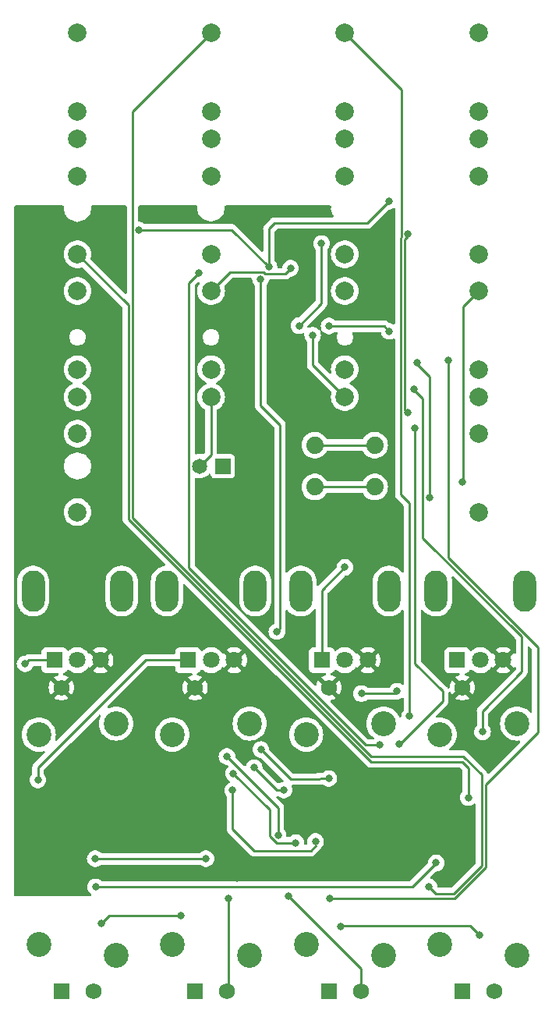
<source format=gtl>
G04 #@! TF.GenerationSoftware,KiCad,Pcbnew,7.0.8*
G04 #@! TF.CreationDate,2024-09-22T18:55:50-04:00*
G04 #@! TF.ProjectId,lichen-four-board,6c696368-656e-42d6-966f-75722d626f61,rev?*
G04 #@! TF.SameCoordinates,Original*
G04 #@! TF.FileFunction,Copper,L1,Top*
G04 #@! TF.FilePolarity,Positive*
%FSLAX46Y46*%
G04 Gerber Fmt 4.6, Leading zero omitted, Abs format (unit mm)*
G04 Created by KiCad (PCBNEW 7.0.8) date 2024-09-22 18:55:50*
%MOMM*%
%LPD*%
G01*
G04 APERTURE LIST*
G04 #@! TA.AperFunction,ComponentPad*
%ADD10R,1.750000X1.750000*%
G04 #@! TD*
G04 #@! TA.AperFunction,ComponentPad*
%ADD11C,1.750000*%
G04 #@! TD*
G04 #@! TA.AperFunction,ComponentPad*
%ADD12C,2.700000*%
G04 #@! TD*
G04 #@! TA.AperFunction,ComponentPad*
%ADD13C,1.651000*%
G04 #@! TD*
G04 #@! TA.AperFunction,ComponentPad*
%ADD14R,1.651000X1.651000*%
G04 #@! TD*
G04 #@! TA.AperFunction,ComponentPad*
%ADD15O,2.500000X4.500000*%
G04 #@! TD*
G04 #@! TA.AperFunction,ComponentPad*
%ADD16R,1.800000X1.800000*%
G04 #@! TD*
G04 #@! TA.AperFunction,ComponentPad*
%ADD17C,1.800000*%
G04 #@! TD*
G04 #@! TA.AperFunction,ComponentPad*
%ADD18C,2.000000*%
G04 #@! TD*
G04 #@! TA.AperFunction,ComponentPad*
%ADD19C,1.879600*%
G04 #@! TD*
G04 #@! TA.AperFunction,ViaPad*
%ADD20C,0.800000*%
G04 #@! TD*
G04 #@! TA.AperFunction,Conductor*
%ADD21C,0.250000*%
G04 #@! TD*
G04 APERTURE END LIST*
D10*
X106777000Y-216390000D03*
D11*
X110277000Y-216390000D03*
X106777000Y-183390000D03*
D12*
X112727000Y-212490000D03*
X104327000Y-211290000D03*
X104327000Y-188490000D03*
X112727000Y-187290000D03*
D13*
X121773000Y-159339000D03*
D14*
X124313000Y-159339000D03*
D10*
X150323000Y-216390000D03*
D11*
X153823000Y-216390000D03*
X150323000Y-183390000D03*
D12*
X156273000Y-212490000D03*
X147873000Y-211290000D03*
X147873000Y-188490000D03*
X156273000Y-187290000D03*
D15*
X118243000Y-172915000D03*
X127843000Y-172915000D03*
D16*
X120543000Y-180415000D03*
D17*
X123043000Y-180415000D03*
X125543000Y-180415000D03*
D18*
X152073000Y-123839000D03*
X152073000Y-112339000D03*
X152073000Y-120839000D03*
X137558000Y-123839000D03*
X137558000Y-112339000D03*
X137558000Y-120839000D03*
X108527000Y-164339000D03*
X108527000Y-155839000D03*
D15*
X132758000Y-172915000D03*
X142358000Y-172915000D03*
D16*
X135058000Y-180415000D03*
D17*
X137558000Y-180415000D03*
X140058000Y-180415000D03*
D18*
X108527000Y-123839000D03*
X108527000Y-112339000D03*
X108527000Y-120839000D03*
X108527000Y-151839000D03*
X108527000Y-140339000D03*
X108527000Y-148839000D03*
X108527000Y-136339000D03*
X108527000Y-127839000D03*
D19*
X134306800Y-157078400D03*
X140809200Y-157078400D03*
X134306800Y-161599600D03*
X140809200Y-161599600D03*
D18*
X137558000Y-136339000D03*
X137558000Y-127839000D03*
D15*
X147465000Y-172915000D03*
X157065000Y-172915000D03*
D16*
X149765000Y-180415000D03*
D17*
X152265000Y-180415000D03*
X154765000Y-180415000D03*
D18*
X152073000Y-136339000D03*
X152073000Y-127839000D03*
D10*
X121293000Y-216390000D03*
D11*
X124793000Y-216390000D03*
X121293000Y-183390000D03*
D12*
X127243000Y-212490000D03*
X118843000Y-211290000D03*
X118843000Y-188490000D03*
X127243000Y-187290000D03*
D10*
X135808000Y-216390000D03*
D11*
X139308000Y-216390000D03*
X135808000Y-183390000D03*
D12*
X141758000Y-212490000D03*
X133358000Y-211290000D03*
X133358000Y-188490000D03*
X141758000Y-187290000D03*
D18*
X152073000Y-151839000D03*
X152073000Y-140339000D03*
X152073000Y-148839000D03*
X123043000Y-123839000D03*
X123043000Y-112339000D03*
X123043000Y-120839000D03*
X123043000Y-151839000D03*
X123043000Y-140339000D03*
X123043000Y-148839000D03*
X123043000Y-136339000D03*
X123043000Y-127839000D03*
D15*
X103727000Y-172915000D03*
X113327000Y-172915000D03*
D16*
X106027000Y-180415000D03*
D17*
X108527000Y-180415000D03*
X111027000Y-180415000D03*
D18*
X152073000Y-164339000D03*
X152073000Y-155839000D03*
X137558000Y-151839000D03*
X137558000Y-140339000D03*
X137558000Y-148839000D03*
D20*
X134070000Y-145130000D03*
X137560000Y-170340000D03*
X102840000Y-180810000D03*
X104240000Y-193410000D03*
X147480000Y-202430000D03*
X110490000Y-205030000D03*
X146710000Y-205023182D03*
X144590000Y-186500000D03*
X150960000Y-195320000D03*
X145080000Y-151000000D03*
X152520000Y-188200000D03*
X135850000Y-144130000D03*
X142380000Y-144710000D03*
X145160000Y-155250000D03*
X143430000Y-189490000D03*
X131670000Y-137870000D03*
X150350000Y-161030000D03*
X115230000Y-133730000D03*
X142330000Y-130590000D03*
X129320000Y-137740000D03*
X135030000Y-135180000D03*
X132610000Y-144100000D03*
X130310000Y-199400000D03*
X124760000Y-190880000D03*
X125840000Y-204050000D03*
X123590000Y-170590000D03*
X118850000Y-132160000D03*
X112500000Y-132150000D03*
X146260000Y-176760000D03*
X121730000Y-138360000D03*
X141337299Y-189612701D03*
X135830000Y-193260000D03*
X128450000Y-190120000D03*
X128410000Y-139020000D03*
X130180000Y-177310000D03*
X144360000Y-153540000D03*
X144410000Y-134180000D03*
X148820000Y-147900000D03*
X135960000Y-206310000D03*
X132240000Y-200240000D03*
X125460000Y-192710000D03*
X125390000Y-194555500D03*
X146770000Y-162770000D03*
X134390000Y-200100000D03*
X145440000Y-148100000D03*
X119730000Y-208140000D03*
X111090000Y-209030000D03*
X124920000Y-206270000D03*
X131420000Y-206030000D03*
X152210000Y-210270000D03*
X137100000Y-209320000D03*
X122480000Y-201960000D03*
X110460000Y-201960000D03*
X130940000Y-194520000D03*
X127715000Y-192075000D03*
X143250000Y-183780000D03*
X139370000Y-184040000D03*
D21*
X106027000Y-180415000D02*
X103235000Y-180415000D01*
X115915000Y-180415000D02*
X120543000Y-180415000D01*
X104240000Y-193410000D02*
X104240000Y-192090000D01*
X103235000Y-180415000D02*
X102840000Y-180810000D01*
X123043000Y-151839000D02*
X123043000Y-158069000D01*
X134070000Y-148351000D02*
X137558000Y-151839000D01*
X140809200Y-161599600D02*
X134306800Y-161599600D01*
X134070000Y-145130000D02*
X134070000Y-148351000D01*
X123043000Y-158069000D02*
X121773000Y-159339000D01*
X135058000Y-172842000D02*
X137560000Y-170340000D01*
X104240000Y-192090000D02*
X115915000Y-180415000D01*
X135058000Y-180415000D02*
X135058000Y-172842000D01*
X144890000Y-205030000D02*
X147480000Y-202440000D01*
X147480000Y-202440000D02*
X147480000Y-202430000D01*
X110490000Y-205030000D02*
X144890000Y-205030000D01*
X147490000Y-202430000D02*
X147530000Y-202390000D01*
X147480000Y-202430000D02*
X147490000Y-202430000D01*
X152400000Y-192830000D02*
X150420000Y-190850000D01*
X146710000Y-205023182D02*
X147446818Y-205760000D01*
X147446818Y-205760000D02*
X149360000Y-205760000D01*
X114505000Y-120877000D02*
X123043000Y-112339000D01*
X152400000Y-202720000D02*
X152400000Y-192830000D01*
X114505000Y-164928604D02*
X114505000Y-120877000D01*
X150420000Y-190850000D02*
X140426396Y-190850000D01*
X149360000Y-205760000D02*
X152400000Y-202720000D01*
X140426396Y-190850000D02*
X114505000Y-164928604D01*
X144590000Y-186500000D02*
X144590000Y-163370000D01*
X144590000Y-163370000D02*
X143635000Y-162415000D01*
X143685000Y-118466000D02*
X137558000Y-112339000D01*
X143635000Y-134530305D02*
X143685000Y-134480305D01*
X143685000Y-134480305D02*
X143685000Y-118466000D01*
X143635000Y-162415000D02*
X143635000Y-134530305D01*
X150960000Y-192110000D02*
X150960000Y-195320000D01*
X114055000Y-165115000D02*
X140380000Y-191440000D01*
X140380000Y-191440000D02*
X150290000Y-191440000D01*
X114055000Y-141867000D02*
X114055000Y-165115000D01*
X150960000Y-195320000D02*
X150960000Y-195430000D01*
X108527000Y-136339000D02*
X114055000Y-141867000D01*
X150290000Y-191440000D02*
X150960000Y-192110000D01*
X145080000Y-151080000D02*
X146030000Y-152030000D01*
X152520000Y-188200000D02*
X152500000Y-188200000D01*
X135850000Y-144130000D02*
X135870000Y-144150000D01*
X141820000Y-144150000D02*
X142370000Y-144700000D01*
X146030000Y-167126396D02*
X156773604Y-177870000D01*
X152520000Y-185930000D02*
X152520000Y-188200000D01*
X152500000Y-188200000D02*
X152540000Y-188160000D01*
X156773604Y-181676396D02*
X152520000Y-185930000D01*
X156773604Y-177870000D02*
X156773604Y-181676396D01*
X146030000Y-152030000D02*
X146030000Y-167126396D01*
X135870000Y-144150000D02*
X141820000Y-144150000D01*
X145190000Y-155220000D02*
X145160000Y-155250000D01*
X143550000Y-189490000D02*
X143430000Y-189490000D01*
X145160000Y-155250000D02*
X145190000Y-155280000D01*
X145190000Y-155280000D02*
X145190000Y-180780000D01*
X148190000Y-183780000D02*
X148190000Y-184850000D01*
X143430000Y-189490000D02*
X143400000Y-189520000D01*
X145190000Y-180780000D02*
X148190000Y-183780000D01*
X148190000Y-184850000D02*
X143550000Y-189490000D01*
X131070000Y-138470000D02*
X128885305Y-138470000D01*
X125087000Y-138295000D02*
X123043000Y-140339000D01*
X131670000Y-137870000D02*
X131070000Y-138470000D01*
X128885305Y-138470000D02*
X128710305Y-138295000D01*
X128710305Y-138295000D02*
X125087000Y-138295000D01*
X152073000Y-140339000D02*
X150400000Y-142012000D01*
X150400000Y-142012000D02*
X150400000Y-161009661D01*
X115230000Y-133730000D02*
X115230000Y-133750000D01*
X129320000Y-137740000D02*
X129360000Y-137740000D01*
X129946000Y-132964000D02*
X129320000Y-133590000D01*
X129320000Y-133590000D02*
X129320000Y-137740000D01*
X115250000Y-133730000D02*
X115230000Y-133730000D01*
X125270000Y-133690000D02*
X115290000Y-133690000D01*
X115290000Y-133690000D02*
X115250000Y-133730000D01*
X142330000Y-130590000D02*
X139956000Y-132964000D01*
X129320000Y-137740000D02*
X125270000Y-133690000D01*
X139956000Y-132964000D02*
X129946000Y-132964000D01*
X115230000Y-133750000D02*
X115230000Y-133750000D01*
X135030000Y-135180000D02*
X135010000Y-135200000D01*
X135010000Y-135200000D02*
X135010000Y-141700000D01*
X135010000Y-141700000D02*
X132610000Y-144100000D01*
X124760000Y-190880000D02*
X130340000Y-196460000D01*
X130340000Y-196460000D02*
X130310000Y-199400000D01*
X130310000Y-199400000D02*
X130340000Y-199430000D01*
X139852792Y-189640000D02*
X120622500Y-170409708D01*
X120622500Y-170409708D02*
X120622500Y-139467500D01*
X120622500Y-139467500D02*
X121730000Y-138360000D01*
X141310000Y-189640000D02*
X139852792Y-189640000D01*
X141337299Y-189612701D02*
X141310000Y-189640000D01*
X130180000Y-177310000D02*
X130510000Y-176980000D01*
X130510000Y-154870000D02*
X128410000Y-152770000D01*
X133880000Y-193330000D02*
X135830000Y-193260000D01*
X128410000Y-152770000D02*
X128410000Y-139020000D01*
X130510000Y-176980000D02*
X130510000Y-154870000D01*
X130180000Y-177310000D02*
X130280000Y-177310000D01*
X128450000Y-190120000D02*
X131660000Y-193330000D01*
X135830000Y-193260000D02*
X135830000Y-193330000D01*
X131660000Y-193330000D02*
X133880000Y-193330000D01*
X144085000Y-134716701D02*
X144085000Y-153265000D01*
X140809200Y-157078400D02*
X134306800Y-157078400D01*
X144410000Y-134391701D02*
X144085000Y-134716701D01*
X144085000Y-153265000D02*
X144360000Y-153540000D01*
X144410000Y-134180000D02*
X144410000Y-134391701D01*
X158520000Y-188290000D02*
X152850000Y-193960000D01*
X148830000Y-169290000D02*
X158520000Y-178980000D01*
X148820000Y-160340000D02*
X148830000Y-160350000D01*
X152850000Y-193960000D02*
X152850000Y-202906396D01*
X148830000Y-160350000D02*
X148830000Y-169290000D01*
X158520000Y-178980000D02*
X158520000Y-188290000D01*
X148820000Y-147900000D02*
X148820000Y-160340000D01*
X149446396Y-206310000D02*
X135960000Y-206310000D01*
X152850000Y-202906396D02*
X149446396Y-206310000D01*
X132240000Y-200240000D02*
X132190000Y-200260000D01*
X132190000Y-200260000D02*
X132170000Y-200260000D01*
X129410000Y-196660000D02*
X129410000Y-199525305D01*
X130144695Y-200260000D02*
X132150000Y-200260000D01*
X132150000Y-200260000D02*
X132240000Y-200240000D01*
X129410000Y-199525305D02*
X130144695Y-200260000D01*
X125460000Y-192710000D02*
X129410000Y-196660000D01*
X125390000Y-194555500D02*
X125390000Y-198770000D01*
X146790000Y-149610000D02*
X145440000Y-148260000D01*
X125390000Y-198770000D02*
X127710000Y-201090000D01*
X134390000Y-200100000D02*
X134365000Y-200125000D01*
X127710000Y-201090000D02*
X133864695Y-201090000D01*
X146790000Y-162746396D02*
X146790000Y-149610000D01*
X133864695Y-201090000D02*
X134396247Y-200558448D01*
X111980000Y-208140000D02*
X119730000Y-208140000D01*
X111090000Y-209030000D02*
X111980000Y-208140000D01*
X124920000Y-216263000D02*
X124920000Y-206270000D01*
X139308000Y-216390000D02*
X139308000Y-213908000D01*
X139308000Y-213908000D02*
X131430000Y-206030000D01*
X152150000Y-210250000D02*
X151180000Y-209280000D01*
X151180000Y-209280000D02*
X137140000Y-209280000D01*
X110502380Y-201980000D02*
X122410000Y-201980000D01*
X130910000Y-194530000D02*
X130940000Y-194520000D01*
X130940000Y-194520000D02*
X130930000Y-194530000D01*
X127715000Y-192075000D02*
X130170000Y-194530000D01*
X130930000Y-194530000D02*
X130920000Y-194530000D01*
X130170000Y-194530000D02*
X130910000Y-194530000D01*
X139370000Y-184040000D02*
X139380000Y-184050000D01*
X143250000Y-183780000D02*
X142990000Y-184040000D01*
X142990000Y-184040000D02*
X139370000Y-184040000D01*
G04 #@! TA.AperFunction,Conductor*
G36*
X106995829Y-131069685D02*
G01*
X107041584Y-131122489D01*
X107051528Y-131191647D01*
X107051111Y-131194328D01*
X107034728Y-131292631D01*
X107027000Y-131339000D01*
X107127000Y-131939000D01*
X107598171Y-132504406D01*
X107627000Y-132539000D01*
X108527000Y-132839000D01*
X109427000Y-132539000D01*
X109927000Y-131939000D01*
X110027000Y-131339000D01*
X110002897Y-131194383D01*
X110011293Y-131125022D01*
X110055856Y-131071209D01*
X110122439Y-131050031D01*
X110125210Y-131050000D01*
X113755500Y-131050000D01*
X113822539Y-131069685D01*
X113868294Y-131122489D01*
X113879500Y-131174000D01*
X113879500Y-140507547D01*
X113859815Y-140574586D01*
X113807011Y-140620341D01*
X113737853Y-140630285D01*
X113674297Y-140601260D01*
X113667819Y-140595228D01*
X109990660Y-136918069D01*
X109957175Y-136856746D01*
X109958135Y-136799950D01*
X110012108Y-136586821D01*
X110032643Y-136339000D01*
X110023603Y-136229909D01*
X110012109Y-136091187D01*
X110012107Y-136091175D01*
X109951063Y-135850118D01*
X109851173Y-135622393D01*
X109715166Y-135414217D01*
X109693557Y-135390744D01*
X109546744Y-135231262D01*
X109350509Y-135078526D01*
X109350507Y-135078525D01*
X109350506Y-135078524D01*
X109131811Y-134960172D01*
X109131802Y-134960169D01*
X108896616Y-134879429D01*
X108651335Y-134838500D01*
X108402665Y-134838500D01*
X108157383Y-134879429D01*
X107922197Y-134960169D01*
X107922188Y-134960172D01*
X107703493Y-135078524D01*
X107507257Y-135231261D01*
X107338833Y-135414217D01*
X107202826Y-135622393D01*
X107102936Y-135850118D01*
X107041892Y-136091175D01*
X107041890Y-136091187D01*
X107021357Y-136338994D01*
X107021357Y-136339005D01*
X107041890Y-136586812D01*
X107041892Y-136586824D01*
X107102936Y-136827881D01*
X107202826Y-137055606D01*
X107338833Y-137263782D01*
X107371245Y-137298991D01*
X107507256Y-137446738D01*
X107703491Y-137599474D01*
X107703493Y-137599475D01*
X107895490Y-137703379D01*
X107922190Y-137717828D01*
X108157386Y-137798571D01*
X108402665Y-137839500D01*
X108651335Y-137839500D01*
X108896614Y-137798571D01*
X108976287Y-137771218D01*
X109046082Y-137768068D01*
X109104229Y-137800819D01*
X113393181Y-142089771D01*
X113426666Y-142151094D01*
X113429500Y-142177452D01*
X113429500Y-165032255D01*
X113427775Y-165047872D01*
X113428061Y-165047899D01*
X113427326Y-165055665D01*
X113429500Y-165124814D01*
X113429500Y-165154343D01*
X113429501Y-165154360D01*
X113430368Y-165161231D01*
X113430826Y-165167050D01*
X113432290Y-165213624D01*
X113432291Y-165213627D01*
X113437880Y-165232867D01*
X113441824Y-165251911D01*
X113443324Y-165263782D01*
X113444336Y-165271791D01*
X113461490Y-165315119D01*
X113463382Y-165320647D01*
X113476381Y-165365388D01*
X113486580Y-165382634D01*
X113495138Y-165400103D01*
X113502514Y-165418732D01*
X113529898Y-165456423D01*
X113533106Y-165461307D01*
X113556827Y-165501416D01*
X113556833Y-165501424D01*
X113570990Y-165515580D01*
X113583628Y-165530376D01*
X113595405Y-165546586D01*
X113595406Y-165546587D01*
X113631309Y-165576288D01*
X113635620Y-165580210D01*
X115851896Y-167796486D01*
X118032065Y-169976655D01*
X118065550Y-170037978D01*
X118060566Y-170107670D01*
X118018694Y-170163603D01*
X117962867Y-170186951D01*
X117914577Y-170194229D01*
X117852385Y-170203604D01*
X117852383Y-170203604D01*
X117852380Y-170203605D01*
X117852376Y-170203606D01*
X117601673Y-170280938D01*
X117365303Y-170394767D01*
X117365302Y-170394768D01*
X117148520Y-170542567D01*
X116956198Y-170721014D01*
X116792614Y-170926143D01*
X116661432Y-171153356D01*
X116565582Y-171397578D01*
X116565576Y-171397597D01*
X116507197Y-171653374D01*
X116507196Y-171653379D01*
X116492500Y-171849500D01*
X116492500Y-173980500D01*
X116507196Y-174176620D01*
X116507197Y-174176625D01*
X116565576Y-174432402D01*
X116565578Y-174432411D01*
X116565580Y-174432416D01*
X116661432Y-174676643D01*
X116792614Y-174903857D01*
X116876102Y-175008547D01*
X116956198Y-175108985D01*
X117135133Y-175275011D01*
X117148521Y-175287433D01*
X117365296Y-175435228D01*
X117365301Y-175435230D01*
X117365302Y-175435231D01*
X117365303Y-175435232D01*
X117490843Y-175495688D01*
X117601673Y-175549061D01*
X117601674Y-175549061D01*
X117601677Y-175549063D01*
X117852385Y-175626396D01*
X118111818Y-175665500D01*
X118374182Y-175665500D01*
X118633615Y-175626396D01*
X118884323Y-175549063D01*
X119120704Y-175435228D01*
X119337479Y-175287433D01*
X119525967Y-175112542D01*
X119529801Y-175108985D01*
X119529801Y-175108983D01*
X119529805Y-175108981D01*
X119693386Y-174903857D01*
X119824568Y-174676643D01*
X119920420Y-174432416D01*
X119978802Y-174176630D01*
X119993500Y-173980494D01*
X119993500Y-172237452D01*
X120013185Y-172170413D01*
X120065989Y-172124658D01*
X120135147Y-172114714D01*
X120198703Y-172143739D01*
X120205180Y-172149770D01*
X130044861Y-181989452D01*
X139879197Y-191823788D01*
X139889022Y-191836051D01*
X139889243Y-191835869D01*
X139894214Y-191841878D01*
X139911283Y-191857906D01*
X139944635Y-191889226D01*
X139965529Y-191910120D01*
X139971011Y-191914373D01*
X139975443Y-191918157D01*
X140009418Y-191950062D01*
X140026976Y-191959714D01*
X140043233Y-191970393D01*
X140059064Y-191982673D01*
X140078737Y-191991186D01*
X140101833Y-192001182D01*
X140107077Y-192003750D01*
X140147908Y-192026197D01*
X140160523Y-192029435D01*
X140167305Y-192031177D01*
X140185719Y-192037481D01*
X140204104Y-192045438D01*
X140250157Y-192052732D01*
X140255826Y-192053906D01*
X140300981Y-192065500D01*
X140321016Y-192065500D01*
X140340413Y-192067026D01*
X140360196Y-192070160D01*
X140406584Y-192065775D01*
X140412422Y-192065500D01*
X149979548Y-192065500D01*
X150046587Y-192085185D01*
X150067229Y-192101819D01*
X150298181Y-192332771D01*
X150331666Y-192394094D01*
X150334500Y-192420452D01*
X150334500Y-194621312D01*
X150314815Y-194688351D01*
X150302650Y-194704284D01*
X150227466Y-194787784D01*
X150132821Y-194951715D01*
X150132818Y-194951722D01*
X150076970Y-195123606D01*
X150074326Y-195131744D01*
X150054540Y-195320000D01*
X150074326Y-195508256D01*
X150074327Y-195508259D01*
X150132818Y-195688277D01*
X150132821Y-195688284D01*
X150227467Y-195852216D01*
X150325566Y-195961166D01*
X150354129Y-195992888D01*
X150507265Y-196104148D01*
X150507270Y-196104151D01*
X150680192Y-196181142D01*
X150680197Y-196181144D01*
X150865354Y-196220500D01*
X150865355Y-196220500D01*
X151054644Y-196220500D01*
X151054646Y-196220500D01*
X151239803Y-196181144D01*
X151412730Y-196104151D01*
X151565871Y-195992888D01*
X151565879Y-195992878D01*
X151567528Y-195991396D01*
X151568696Y-195990835D01*
X151571129Y-195989068D01*
X151571452Y-195989512D01*
X151630520Y-195961166D01*
X151699855Y-195969791D01*
X151753520Y-196014533D01*
X151774478Y-196081185D01*
X151774500Y-196083546D01*
X151774500Y-202409547D01*
X151754815Y-202476586D01*
X151738181Y-202497228D01*
X149137228Y-205098181D01*
X149075905Y-205131666D01*
X149049547Y-205134500D01*
X147757271Y-205134500D01*
X147690232Y-205114815D01*
X147669590Y-205098181D01*
X147648960Y-205077551D01*
X147615475Y-205016228D01*
X147613323Y-205002850D01*
X147595674Y-204834926D01*
X147537179Y-204654898D01*
X147442533Y-204490966D01*
X147315871Y-204350294D01*
X147315870Y-204350293D01*
X147162734Y-204239033D01*
X147162729Y-204239030D01*
X146989807Y-204162039D01*
X146989800Y-204162037D01*
X146926813Y-204148649D01*
X146865331Y-204115457D01*
X146831554Y-204054294D01*
X146836206Y-203984580D01*
X146864910Y-203939680D01*
X147437772Y-203366819D01*
X147499095Y-203333334D01*
X147525453Y-203330500D01*
X147574644Y-203330500D01*
X147574646Y-203330500D01*
X147759803Y-203291144D01*
X147932730Y-203214151D01*
X148085871Y-203102888D01*
X148212533Y-202962216D01*
X148307179Y-202798284D01*
X148365674Y-202618256D01*
X148385460Y-202430000D01*
X148365674Y-202241744D01*
X148307179Y-202061716D01*
X148212533Y-201897784D01*
X148085871Y-201757112D01*
X148035011Y-201720160D01*
X147932734Y-201645851D01*
X147932729Y-201645848D01*
X147759807Y-201568857D01*
X147759802Y-201568855D01*
X147614001Y-201537865D01*
X147574646Y-201529500D01*
X147385354Y-201529500D01*
X147352897Y-201536398D01*
X147200197Y-201568855D01*
X147200192Y-201568857D01*
X147027270Y-201645848D01*
X147027265Y-201645851D01*
X146874129Y-201757111D01*
X146747466Y-201897785D01*
X146652821Y-202061715D01*
X146652818Y-202061722D01*
X146624702Y-202148256D01*
X146594326Y-202241744D01*
X146585231Y-202328277D01*
X146575504Y-202420824D01*
X146548919Y-202485439D01*
X146539864Y-202495543D01*
X144667228Y-204368181D01*
X144605905Y-204401666D01*
X144579547Y-204404500D01*
X111193748Y-204404500D01*
X111126709Y-204384815D01*
X111101600Y-204363474D01*
X111095873Y-204357114D01*
X111095869Y-204357110D01*
X110942734Y-204245851D01*
X110942729Y-204245848D01*
X110769807Y-204168857D01*
X110769802Y-204168855D01*
X110624001Y-204137865D01*
X110584646Y-204129500D01*
X110395354Y-204129500D01*
X110362897Y-204136398D01*
X110210197Y-204168855D01*
X110210192Y-204168857D01*
X110037270Y-204245848D01*
X110037265Y-204245851D01*
X109884129Y-204357111D01*
X109757466Y-204497785D01*
X109662821Y-204661715D01*
X109662818Y-204661722D01*
X109606541Y-204834926D01*
X109604326Y-204841744D01*
X109584540Y-205030000D01*
X109604326Y-205218256D01*
X109604327Y-205218259D01*
X109662818Y-205398277D01*
X109662821Y-205398284D01*
X109757467Y-205562216D01*
X109849458Y-205664382D01*
X109884129Y-205702888D01*
X110011849Y-205795682D01*
X110054515Y-205851012D01*
X110060494Y-205920625D01*
X110027888Y-205982420D01*
X109967050Y-206016777D01*
X109938964Y-206020000D01*
X101794500Y-206020000D01*
X101727461Y-206000315D01*
X101681706Y-205947511D01*
X101670500Y-205896000D01*
X101670500Y-201960000D01*
X109554540Y-201960000D01*
X109574326Y-202148256D01*
X109574327Y-202148259D01*
X109632818Y-202328277D01*
X109632821Y-202328284D01*
X109727467Y-202492216D01*
X109829469Y-202605500D01*
X109854129Y-202632888D01*
X110007265Y-202744148D01*
X110007270Y-202744151D01*
X110180192Y-202821142D01*
X110180197Y-202821144D01*
X110365354Y-202860500D01*
X110365355Y-202860500D01*
X110554644Y-202860500D01*
X110554646Y-202860500D01*
X110739803Y-202821144D01*
X110912730Y-202744151D01*
X111065871Y-202632888D01*
X111065870Y-202632888D01*
X111070972Y-202629182D01*
X111136778Y-202605702D01*
X111143857Y-202605500D01*
X121796143Y-202605500D01*
X121863182Y-202625185D01*
X121869028Y-202629182D01*
X122027265Y-202744148D01*
X122027270Y-202744151D01*
X122200192Y-202821142D01*
X122200197Y-202821144D01*
X122385354Y-202860500D01*
X122385355Y-202860500D01*
X122574644Y-202860500D01*
X122574646Y-202860500D01*
X122759803Y-202821144D01*
X122932730Y-202744151D01*
X123085871Y-202632888D01*
X123212533Y-202492216D01*
X123307179Y-202328284D01*
X123365674Y-202148256D01*
X123385460Y-201960000D01*
X123365674Y-201771744D01*
X123307179Y-201591716D01*
X123212533Y-201427784D01*
X123085871Y-201287112D01*
X123085863Y-201287106D01*
X122932734Y-201175851D01*
X122932729Y-201175848D01*
X122759807Y-201098857D01*
X122759802Y-201098855D01*
X122614001Y-201067865D01*
X122574646Y-201059500D01*
X122385354Y-201059500D01*
X122352897Y-201066398D01*
X122200197Y-201098855D01*
X122200192Y-201098857D01*
X122027270Y-201175848D01*
X122027265Y-201175851D01*
X121874135Y-201287106D01*
X121874128Y-201287112D01*
X121850393Y-201313473D01*
X121790906Y-201350121D01*
X121758244Y-201354500D01*
X111181756Y-201354500D01*
X111114717Y-201334815D01*
X111089607Y-201313473D01*
X111065871Y-201287112D01*
X111065864Y-201287106D01*
X110912734Y-201175851D01*
X110912729Y-201175848D01*
X110739807Y-201098857D01*
X110739802Y-201098855D01*
X110594001Y-201067865D01*
X110554646Y-201059500D01*
X110365354Y-201059500D01*
X110332897Y-201066398D01*
X110180197Y-201098855D01*
X110180192Y-201098857D01*
X110007270Y-201175848D01*
X110007265Y-201175851D01*
X109854129Y-201287111D01*
X109727466Y-201427785D01*
X109632821Y-201591715D01*
X109632818Y-201591722D01*
X109579080Y-201757112D01*
X109574326Y-201771744D01*
X109554540Y-201960000D01*
X101670500Y-201960000D01*
X101670500Y-188490001D01*
X102471773Y-188490001D01*
X102490657Y-188754027D01*
X102490658Y-188754034D01*
X102546921Y-189012673D01*
X102639426Y-189260690D01*
X102639428Y-189260694D01*
X102766280Y-189493005D01*
X102766285Y-189493013D01*
X102924906Y-189704907D01*
X102924922Y-189704925D01*
X103112074Y-189892077D01*
X103112092Y-189892093D01*
X103323986Y-190050714D01*
X103323994Y-190050719D01*
X103556305Y-190177571D01*
X103556309Y-190177573D01*
X103556311Y-190177574D01*
X103804322Y-190270077D01*
X103804325Y-190270077D01*
X103804326Y-190270078D01*
X103823698Y-190274292D01*
X104062974Y-190326343D01*
X104306660Y-190343772D01*
X104326999Y-190345227D01*
X104327000Y-190345227D01*
X104327001Y-190345227D01*
X104345885Y-190343876D01*
X104591026Y-190326343D01*
X104849678Y-190270077D01*
X104849678Y-190270076D01*
X104853213Y-190269308D01*
X104922904Y-190274292D01*
X104978838Y-190316163D01*
X105003255Y-190381628D01*
X104988403Y-190449901D01*
X104967252Y-190478155D01*
X103856208Y-191589199D01*
X103843951Y-191599020D01*
X103844134Y-191599241D01*
X103838123Y-191604213D01*
X103790772Y-191654636D01*
X103769889Y-191675519D01*
X103769877Y-191675532D01*
X103765621Y-191681017D01*
X103761837Y-191685447D01*
X103729937Y-191719418D01*
X103729936Y-191719420D01*
X103720284Y-191736976D01*
X103709610Y-191753226D01*
X103697329Y-191769061D01*
X103697324Y-191769068D01*
X103678815Y-191811838D01*
X103676245Y-191817084D01*
X103653803Y-191857906D01*
X103648822Y-191877307D01*
X103642521Y-191895710D01*
X103634562Y-191914102D01*
X103634561Y-191914105D01*
X103627271Y-191960127D01*
X103626087Y-191965846D01*
X103614501Y-192010972D01*
X103614500Y-192010982D01*
X103614500Y-192031016D01*
X103612973Y-192050415D01*
X103609840Y-192070194D01*
X103609840Y-192070195D01*
X103614225Y-192116583D01*
X103614500Y-192122421D01*
X103614500Y-192711312D01*
X103594815Y-192778351D01*
X103582650Y-192794284D01*
X103507466Y-192877784D01*
X103412821Y-193041715D01*
X103412818Y-193041722D01*
X103354327Y-193221740D01*
X103354326Y-193221744D01*
X103334540Y-193410000D01*
X103354326Y-193598256D01*
X103354327Y-193598259D01*
X103412818Y-193778277D01*
X103412821Y-193778284D01*
X103507467Y-193942216D01*
X103580462Y-194023285D01*
X103634129Y-194082888D01*
X103787265Y-194194148D01*
X103787270Y-194194151D01*
X103960192Y-194271142D01*
X103960197Y-194271144D01*
X104145354Y-194310500D01*
X104145355Y-194310500D01*
X104334644Y-194310500D01*
X104334646Y-194310500D01*
X104519803Y-194271144D01*
X104692730Y-194194151D01*
X104845871Y-194082888D01*
X104972533Y-193942216D01*
X105067179Y-193778284D01*
X105125674Y-193598256D01*
X105145460Y-193410000D01*
X105125674Y-193221744D01*
X105067179Y-193041716D01*
X104972533Y-192877784D01*
X104920671Y-192820185D01*
X104897350Y-192794284D01*
X104867120Y-192731292D01*
X104865500Y-192711312D01*
X104865500Y-192400452D01*
X104885185Y-192333413D01*
X104901819Y-192312771D01*
X106334590Y-190880000D01*
X123854540Y-190880000D01*
X123874326Y-191068256D01*
X123874327Y-191068259D01*
X123932818Y-191248277D01*
X123932821Y-191248284D01*
X124027467Y-191412216D01*
X124145031Y-191542784D01*
X124154129Y-191552888D01*
X124307265Y-191664148D01*
X124307270Y-191664151D01*
X124480192Y-191741142D01*
X124480197Y-191741144D01*
X124665354Y-191780500D01*
X124724548Y-191780500D01*
X124791587Y-191800185D01*
X124812229Y-191816819D01*
X124855603Y-191860193D01*
X124889088Y-191921516D01*
X124884104Y-191991208D01*
X124857045Y-192030992D01*
X124858478Y-192032282D01*
X124727466Y-192177785D01*
X124632821Y-192341715D01*
X124632818Y-192341722D01*
X124585874Y-192486203D01*
X124574326Y-192521744D01*
X124554540Y-192710000D01*
X124574326Y-192898256D01*
X124574327Y-192898259D01*
X124632818Y-193078277D01*
X124632821Y-193078284D01*
X124727467Y-193242216D01*
X124854129Y-193382888D01*
X125007265Y-193494148D01*
X125007267Y-193494149D01*
X125007270Y-193494151D01*
X125029139Y-193503887D01*
X125082374Y-193549136D01*
X125102696Y-193615985D01*
X125083651Y-193683209D01*
X125031285Y-193729465D01*
X125029139Y-193730445D01*
X124937267Y-193771350D01*
X124937265Y-193771351D01*
X124784129Y-193882611D01*
X124657466Y-194023285D01*
X124562821Y-194187215D01*
X124562818Y-194187222D01*
X124504327Y-194367240D01*
X124504326Y-194367244D01*
X124484540Y-194555500D01*
X124504326Y-194743756D01*
X124504327Y-194743759D01*
X124562818Y-194923777D01*
X124562821Y-194923784D01*
X124657467Y-195087716D01*
X124661630Y-195092339D01*
X124732650Y-195171215D01*
X124762880Y-195234206D01*
X124764500Y-195254187D01*
X124764500Y-198687255D01*
X124762775Y-198702872D01*
X124763061Y-198702899D01*
X124762326Y-198710665D01*
X124764500Y-198779814D01*
X124764500Y-198809343D01*
X124764501Y-198809360D01*
X124765368Y-198816231D01*
X124765826Y-198822050D01*
X124767290Y-198868624D01*
X124767291Y-198868627D01*
X124772880Y-198887867D01*
X124776824Y-198906911D01*
X124779336Y-198926791D01*
X124796490Y-198970119D01*
X124798382Y-198975647D01*
X124811382Y-199020390D01*
X124818083Y-199031722D01*
X124821580Y-199037634D01*
X124830138Y-199055103D01*
X124837514Y-199073732D01*
X124864898Y-199111423D01*
X124868106Y-199116307D01*
X124891827Y-199156416D01*
X124891833Y-199156424D01*
X124905990Y-199170580D01*
X124918628Y-199185376D01*
X124930405Y-199201586D01*
X124930406Y-199201587D01*
X124966309Y-199231288D01*
X124970620Y-199235210D01*
X126708323Y-200972914D01*
X127209197Y-201473788D01*
X127219022Y-201486051D01*
X127219243Y-201485869D01*
X127224214Y-201491878D01*
X127245043Y-201511437D01*
X127274635Y-201539226D01*
X127295529Y-201560120D01*
X127301011Y-201564373D01*
X127305443Y-201568157D01*
X127339418Y-201600062D01*
X127356976Y-201609714D01*
X127373235Y-201620395D01*
X127389064Y-201632673D01*
X127431838Y-201651182D01*
X127437056Y-201653738D01*
X127477908Y-201676197D01*
X127497316Y-201681180D01*
X127515717Y-201687480D01*
X127534104Y-201695437D01*
X127577488Y-201702308D01*
X127580119Y-201702725D01*
X127585839Y-201703909D01*
X127630981Y-201715500D01*
X127651016Y-201715500D01*
X127670414Y-201717026D01*
X127690194Y-201720159D01*
X127690195Y-201720160D01*
X127690195Y-201720159D01*
X127690196Y-201720160D01*
X127736584Y-201715775D01*
X127742422Y-201715500D01*
X133781952Y-201715500D01*
X133797572Y-201717224D01*
X133797599Y-201716939D01*
X133805355Y-201717671D01*
X133805362Y-201717673D01*
X133874509Y-201715500D01*
X133904045Y-201715500D01*
X133910923Y-201714630D01*
X133916736Y-201714172D01*
X133963322Y-201712709D01*
X133982564Y-201707117D01*
X134001607Y-201703174D01*
X134021487Y-201700664D01*
X134064817Y-201683507D01*
X134070341Y-201681617D01*
X134074091Y-201680527D01*
X134115085Y-201668618D01*
X134132324Y-201658422D01*
X134149798Y-201649862D01*
X134168422Y-201642488D01*
X134168422Y-201642487D01*
X134168427Y-201642486D01*
X134206144Y-201615082D01*
X134211000Y-201611892D01*
X134251115Y-201588170D01*
X134265284Y-201573999D01*
X134280074Y-201561368D01*
X134296282Y-201549594D01*
X134325994Y-201513676D01*
X134329907Y-201509376D01*
X134866367Y-200972919D01*
X134938920Y-200879384D01*
X134967331Y-200813728D01*
X134992548Y-200778642D01*
X134991522Y-200777719D01*
X135034011Y-200730528D01*
X135122533Y-200632216D01*
X135217179Y-200468284D01*
X135275674Y-200288256D01*
X135295460Y-200100000D01*
X135275674Y-199911744D01*
X135217179Y-199731716D01*
X135122533Y-199567784D01*
X134995871Y-199427112D01*
X134995870Y-199427111D01*
X134842734Y-199315851D01*
X134842729Y-199315848D01*
X134669807Y-199238857D01*
X134669802Y-199238855D01*
X134524001Y-199207865D01*
X134484646Y-199199500D01*
X134295354Y-199199500D01*
X134262897Y-199206398D01*
X134110197Y-199238855D01*
X134110192Y-199238857D01*
X133937270Y-199315848D01*
X133937265Y-199315851D01*
X133784129Y-199427111D01*
X133657466Y-199567785D01*
X133562821Y-199731715D01*
X133562818Y-199731722D01*
X133517330Y-199871722D01*
X133504326Y-199911744D01*
X133496046Y-199990526D01*
X133484540Y-200100000D01*
X133504326Y-200288256D01*
X133504328Y-200288262D01*
X133508851Y-200302183D01*
X133510846Y-200372024D01*
X133474765Y-200431857D01*
X133412064Y-200462684D01*
X133390920Y-200464500D01*
X133259580Y-200464500D01*
X133192541Y-200444815D01*
X133146786Y-200392011D01*
X133136259Y-200327540D01*
X133145460Y-200240000D01*
X133125674Y-200051744D01*
X133067179Y-199871716D01*
X132972533Y-199707784D01*
X132845871Y-199567112D01*
X132842503Y-199564665D01*
X132692734Y-199455851D01*
X132692729Y-199455848D01*
X132519807Y-199378857D01*
X132519802Y-199378855D01*
X132374001Y-199347865D01*
X132334646Y-199339500D01*
X132145354Y-199339500D01*
X132112897Y-199346398D01*
X131960197Y-199378855D01*
X131960192Y-199378857D01*
X131787270Y-199455848D01*
X131787265Y-199455851D01*
X131634135Y-199567106D01*
X131634128Y-199567112D01*
X131610393Y-199593473D01*
X131550906Y-199630121D01*
X131518244Y-199634500D01*
X131328529Y-199634500D01*
X131261490Y-199614815D01*
X131215735Y-199562011D01*
X131205208Y-199497539D01*
X131208526Y-199465970D01*
X131215460Y-199400000D01*
X131195674Y-199211744D01*
X131137179Y-199031716D01*
X131042533Y-198867784D01*
X130998725Y-198819130D01*
X130974438Y-198792156D01*
X130944208Y-198729164D01*
X130942594Y-198707919D01*
X130942645Y-198702899D01*
X130964661Y-196545249D01*
X130967647Y-196519449D01*
X130967673Y-196519333D01*
X130965600Y-196453364D01*
X130965869Y-196427034D01*
X130965616Y-196424859D01*
X130964666Y-196416660D01*
X130964283Y-196411459D01*
X130964195Y-196408676D01*
X130962710Y-196361373D01*
X130958193Y-196345829D01*
X130954095Y-196325516D01*
X130952232Y-196309447D01*
X130952231Y-196309444D01*
X130934263Y-196262672D01*
X130932600Y-196257735D01*
X130918618Y-196209610D01*
X130910379Y-196195679D01*
X130901358Y-196177025D01*
X130895555Y-196161919D01*
X130866514Y-196121078D01*
X130863674Y-196116706D01*
X130856247Y-196104148D01*
X130838170Y-196073580D01*
X130838165Y-196073574D01*
X130826730Y-196062139D01*
X130813355Y-196046317D01*
X130803975Y-196033126D01*
X130803971Y-196033121D01*
X130765683Y-196000784D01*
X130761858Y-195997268D01*
X130131772Y-195367181D01*
X130098287Y-195305858D01*
X130103271Y-195236166D01*
X130145143Y-195180233D01*
X130210607Y-195155816D01*
X130219453Y-195155500D01*
X130245256Y-195155500D01*
X130312295Y-195175185D01*
X130328740Y-195189159D01*
X130329299Y-195188539D01*
X130334130Y-195192889D01*
X130487265Y-195304148D01*
X130487270Y-195304151D01*
X130660192Y-195381142D01*
X130660197Y-195381144D01*
X130845354Y-195420500D01*
X130845355Y-195420500D01*
X131034644Y-195420500D01*
X131034646Y-195420500D01*
X131219803Y-195381144D01*
X131392730Y-195304151D01*
X131545871Y-195192888D01*
X131672533Y-195052216D01*
X131767179Y-194888284D01*
X131825674Y-194708256D01*
X131845460Y-194520000D01*
X131825674Y-194331744D01*
X131767179Y-194151716D01*
X131761278Y-194141496D01*
X131744809Y-194073597D01*
X131767662Y-194007570D01*
X131822585Y-193964381D01*
X131868668Y-193955500D01*
X133798949Y-193955500D01*
X133815693Y-193957310D01*
X133815701Y-193957232D01*
X133823459Y-193957929D01*
X133823471Y-193957932D01*
X133891220Y-193955500D01*
X133919350Y-193955500D01*
X133927766Y-193954436D01*
X133933281Y-193953989D01*
X135148293Y-193910374D01*
X135215995Y-193927641D01*
X135225626Y-193933976D01*
X135377265Y-194044148D01*
X135377270Y-194044151D01*
X135550192Y-194121142D01*
X135550197Y-194121144D01*
X135735354Y-194160500D01*
X135735355Y-194160500D01*
X135924644Y-194160500D01*
X135924646Y-194160500D01*
X136109803Y-194121144D01*
X136282730Y-194044151D01*
X136435871Y-193932888D01*
X136562533Y-193792216D01*
X136657179Y-193628284D01*
X136715674Y-193448256D01*
X136735460Y-193260000D01*
X136715674Y-193071744D01*
X136657179Y-192891716D01*
X136562533Y-192727784D01*
X136435871Y-192587112D01*
X136435867Y-192587109D01*
X136282734Y-192475851D01*
X136282729Y-192475848D01*
X136109807Y-192398857D01*
X136109802Y-192398855D01*
X135959211Y-192366847D01*
X135924646Y-192359500D01*
X135735354Y-192359500D01*
X135710532Y-192364776D01*
X135550197Y-192398855D01*
X135550192Y-192398857D01*
X135377270Y-192475848D01*
X135377265Y-192475851D01*
X135224131Y-192587109D01*
X135195342Y-192619082D01*
X135135854Y-192655729D01*
X135107642Y-192660027D01*
X133868769Y-192704500D01*
X131970452Y-192704500D01*
X131903413Y-192684815D01*
X131882771Y-192668181D01*
X129388960Y-190174369D01*
X129355475Y-190113046D01*
X129353323Y-190099668D01*
X129335674Y-189931744D01*
X129277179Y-189751716D01*
X129182533Y-189587784D01*
X129055871Y-189447112D01*
X129055870Y-189447111D01*
X128902734Y-189335851D01*
X128902729Y-189335848D01*
X128729807Y-189258857D01*
X128729802Y-189258855D01*
X128584001Y-189227865D01*
X128544646Y-189219500D01*
X128355354Y-189219500D01*
X128322897Y-189226398D01*
X128170197Y-189258855D01*
X128170192Y-189258857D01*
X127997270Y-189335848D01*
X127997265Y-189335851D01*
X127844129Y-189447111D01*
X127717466Y-189587785D01*
X127622821Y-189751715D01*
X127622818Y-189751722D01*
X127577211Y-189892087D01*
X127564326Y-189931744D01*
X127544540Y-190120000D01*
X127564326Y-190308256D01*
X127564327Y-190308259D01*
X127622818Y-190488277D01*
X127622821Y-190488284D01*
X127717467Y-190652216D01*
X127844129Y-190792888D01*
X127997265Y-190904148D01*
X127997270Y-190904151D01*
X128170192Y-190981142D01*
X128170197Y-190981144D01*
X128355354Y-191020500D01*
X128414548Y-191020500D01*
X128481587Y-191040185D01*
X128502229Y-191056819D01*
X130864934Y-193419524D01*
X130898419Y-193480847D01*
X130893435Y-193550539D01*
X130851563Y-193606472D01*
X130803034Y-193628495D01*
X130660197Y-193658855D01*
X130660192Y-193658857D01*
X130487271Y-193735848D01*
X130441568Y-193769052D01*
X130375761Y-193792530D01*
X130307707Y-193776703D01*
X130281004Y-193756413D01*
X128653960Y-192129369D01*
X128620475Y-192068046D01*
X128618323Y-192054668D01*
X128600674Y-191886744D01*
X128542179Y-191706716D01*
X128447533Y-191542784D01*
X128320871Y-191402112D01*
X128320870Y-191402111D01*
X128167734Y-191290851D01*
X128167729Y-191290848D01*
X127994807Y-191213857D01*
X127994802Y-191213855D01*
X127849001Y-191182865D01*
X127809646Y-191174500D01*
X127620354Y-191174500D01*
X127587897Y-191181398D01*
X127435197Y-191213855D01*
X127435192Y-191213857D01*
X127262270Y-191290848D01*
X127262265Y-191290851D01*
X127109129Y-191402111D01*
X126982466Y-191542785D01*
X126887821Y-191706715D01*
X126887819Y-191706719D01*
X126848205Y-191828640D01*
X126808767Y-191886315D01*
X126744409Y-191913513D01*
X126675562Y-191901598D01*
X126642593Y-191878002D01*
X125698960Y-190934369D01*
X125665475Y-190873046D01*
X125663323Y-190859668D01*
X125645674Y-190691744D01*
X125587179Y-190511716D01*
X125492533Y-190347784D01*
X125365871Y-190207112D01*
X125365870Y-190207111D01*
X125212734Y-190095851D01*
X125212729Y-190095848D01*
X125039807Y-190018857D01*
X125039802Y-190018855D01*
X124861632Y-189980985D01*
X124854646Y-189979500D01*
X124665354Y-189979500D01*
X124658382Y-189980982D01*
X124480197Y-190018855D01*
X124480192Y-190018857D01*
X124307270Y-190095848D01*
X124307265Y-190095851D01*
X124154129Y-190207111D01*
X124027466Y-190347785D01*
X123932821Y-190511715D01*
X123932818Y-190511722D01*
X123874327Y-190691740D01*
X123874326Y-190691744D01*
X123854540Y-190880000D01*
X106334590Y-190880000D01*
X107790149Y-189424441D01*
X110843546Y-186371044D01*
X110904866Y-186337561D01*
X110974558Y-186342545D01*
X111030491Y-186384417D01*
X111054908Y-186449881D01*
X111040740Y-186515036D01*
X111041268Y-186515277D01*
X111040160Y-186517701D01*
X111040067Y-186518133D01*
X111039435Y-186519289D01*
X111039426Y-186519309D01*
X110946921Y-186767326D01*
X110890658Y-187025965D01*
X110890657Y-187025972D01*
X110871773Y-187289998D01*
X110871773Y-187290001D01*
X110890657Y-187554027D01*
X110890658Y-187554034D01*
X110946921Y-187812673D01*
X111039426Y-188060690D01*
X111039428Y-188060694D01*
X111166280Y-188293005D01*
X111166285Y-188293013D01*
X111324906Y-188504907D01*
X111324922Y-188504925D01*
X111512074Y-188692077D01*
X111512092Y-188692093D01*
X111723986Y-188850714D01*
X111723994Y-188850719D01*
X111956305Y-188977571D01*
X111956309Y-188977573D01*
X111956311Y-188977574D01*
X112204322Y-189070077D01*
X112204325Y-189070077D01*
X112204326Y-189070078D01*
X112240702Y-189077991D01*
X112462974Y-189126343D01*
X112706660Y-189143772D01*
X112726999Y-189145227D01*
X112727000Y-189145227D01*
X112727001Y-189145227D01*
X112745885Y-189143876D01*
X112991026Y-189126343D01*
X113249678Y-189070077D01*
X113497689Y-188977574D01*
X113730011Y-188850716D01*
X113941915Y-188692087D01*
X114129087Y-188504915D01*
X114140251Y-188490001D01*
X116987773Y-188490001D01*
X117006657Y-188754027D01*
X117006658Y-188754034D01*
X117062921Y-189012673D01*
X117155426Y-189260690D01*
X117155428Y-189260694D01*
X117282280Y-189493005D01*
X117282285Y-189493013D01*
X117440906Y-189704907D01*
X117440922Y-189704925D01*
X117628074Y-189892077D01*
X117628092Y-189892093D01*
X117839986Y-190050714D01*
X117839994Y-190050719D01*
X118072305Y-190177571D01*
X118072309Y-190177573D01*
X118072311Y-190177574D01*
X118320322Y-190270077D01*
X118320325Y-190270077D01*
X118320326Y-190270078D01*
X118339698Y-190274292D01*
X118578974Y-190326343D01*
X118822660Y-190343772D01*
X118842999Y-190345227D01*
X118843000Y-190345227D01*
X118843001Y-190345227D01*
X118861885Y-190343876D01*
X119107026Y-190326343D01*
X119365678Y-190270077D01*
X119613689Y-190177574D01*
X119846011Y-190050716D01*
X120057915Y-189892087D01*
X120245087Y-189704915D01*
X120403716Y-189493011D01*
X120530574Y-189260689D01*
X120623077Y-189012678D01*
X120679343Y-188754026D01*
X120698227Y-188490000D01*
X120679343Y-188225974D01*
X120632740Y-188011744D01*
X120623078Y-187967326D01*
X120572498Y-187831716D01*
X120530574Y-187719311D01*
X120456843Y-187584284D01*
X120403719Y-187486994D01*
X120403714Y-187486986D01*
X120256254Y-187290001D01*
X125387773Y-187290001D01*
X125406657Y-187554027D01*
X125406658Y-187554034D01*
X125462921Y-187812673D01*
X125555426Y-188060690D01*
X125555428Y-188060694D01*
X125682280Y-188293005D01*
X125682285Y-188293013D01*
X125840906Y-188504907D01*
X125840922Y-188504925D01*
X126028074Y-188692077D01*
X126028092Y-188692093D01*
X126239986Y-188850714D01*
X126239994Y-188850719D01*
X126472305Y-188977571D01*
X126472309Y-188977573D01*
X126472311Y-188977574D01*
X126720322Y-189070077D01*
X126720325Y-189070077D01*
X126720326Y-189070078D01*
X126756702Y-189077991D01*
X126978974Y-189126343D01*
X127222660Y-189143772D01*
X127242999Y-189145227D01*
X127243000Y-189145227D01*
X127243001Y-189145227D01*
X127261885Y-189143876D01*
X127507026Y-189126343D01*
X127765678Y-189070077D01*
X128013689Y-188977574D01*
X128246011Y-188850716D01*
X128457915Y-188692087D01*
X128645087Y-188504915D01*
X128656251Y-188490001D01*
X131502773Y-188490001D01*
X131521657Y-188754027D01*
X131521658Y-188754034D01*
X131577921Y-189012673D01*
X131670426Y-189260690D01*
X131670428Y-189260694D01*
X131797280Y-189493005D01*
X131797285Y-189493013D01*
X131955906Y-189704907D01*
X131955922Y-189704925D01*
X132143074Y-189892077D01*
X132143092Y-189892093D01*
X132354986Y-190050714D01*
X132354994Y-190050719D01*
X132587305Y-190177571D01*
X132587309Y-190177573D01*
X132587311Y-190177574D01*
X132835322Y-190270077D01*
X132835325Y-190270077D01*
X132835326Y-190270078D01*
X132854698Y-190274292D01*
X133093974Y-190326343D01*
X133337660Y-190343772D01*
X133357999Y-190345227D01*
X133358000Y-190345227D01*
X133358001Y-190345227D01*
X133376885Y-190343876D01*
X133622026Y-190326343D01*
X133880678Y-190270077D01*
X134128689Y-190177574D01*
X134361011Y-190050716D01*
X134572915Y-189892087D01*
X134760087Y-189704915D01*
X134918716Y-189493011D01*
X135045574Y-189260689D01*
X135138077Y-189012678D01*
X135194343Y-188754026D01*
X135213227Y-188490000D01*
X135194343Y-188225974D01*
X135147740Y-188011744D01*
X135138078Y-187967326D01*
X135087498Y-187831716D01*
X135045574Y-187719311D01*
X134971843Y-187584284D01*
X134918719Y-187486994D01*
X134918714Y-187486986D01*
X134760093Y-187275092D01*
X134760077Y-187275074D01*
X134572925Y-187087922D01*
X134572907Y-187087906D01*
X134361013Y-186929285D01*
X134361005Y-186929280D01*
X134128694Y-186802428D01*
X134128690Y-186802426D01*
X133880673Y-186709921D01*
X133622034Y-186653658D01*
X133622027Y-186653657D01*
X133358001Y-186634773D01*
X133357999Y-186634773D01*
X133093972Y-186653657D01*
X133093965Y-186653658D01*
X132835326Y-186709921D01*
X132587309Y-186802426D01*
X132587305Y-186802428D01*
X132354994Y-186929280D01*
X132354986Y-186929285D01*
X132143092Y-187087906D01*
X132143074Y-187087922D01*
X131955922Y-187275074D01*
X131955906Y-187275092D01*
X131797285Y-187486986D01*
X131797280Y-187486994D01*
X131670428Y-187719305D01*
X131670426Y-187719309D01*
X131577921Y-187967326D01*
X131521658Y-188225965D01*
X131521657Y-188225972D01*
X131502773Y-188489998D01*
X131502773Y-188490001D01*
X128656251Y-188490001D01*
X128803716Y-188293011D01*
X128930574Y-188060689D01*
X129023077Y-187812678D01*
X129079343Y-187554026D01*
X129098227Y-187290000D01*
X129097808Y-187284148D01*
X129095525Y-187252230D01*
X129079343Y-187025974D01*
X129058310Y-186929285D01*
X129023078Y-186767326D01*
X129001667Y-186709921D01*
X128930574Y-186519311D01*
X128928371Y-186515277D01*
X128803719Y-186286994D01*
X128803714Y-186286986D01*
X128645093Y-186075092D01*
X128645077Y-186075074D01*
X128457925Y-185887922D01*
X128457907Y-185887906D01*
X128246013Y-185729285D01*
X128246005Y-185729280D01*
X128013694Y-185602428D01*
X128013690Y-185602426D01*
X127765673Y-185509921D01*
X127507034Y-185453658D01*
X127507027Y-185453657D01*
X127243001Y-185434773D01*
X127242999Y-185434773D01*
X126978972Y-185453657D01*
X126978965Y-185453658D01*
X126720326Y-185509921D01*
X126472309Y-185602426D01*
X126472305Y-185602428D01*
X126239994Y-185729280D01*
X126239986Y-185729285D01*
X126028092Y-185887906D01*
X126028074Y-185887922D01*
X125840922Y-186075074D01*
X125840906Y-186075092D01*
X125682285Y-186286986D01*
X125682280Y-186286994D01*
X125555428Y-186519305D01*
X125555426Y-186519309D01*
X125462921Y-186767326D01*
X125406658Y-187025965D01*
X125406657Y-187025972D01*
X125387773Y-187289998D01*
X125387773Y-187290001D01*
X120256254Y-187290001D01*
X120245093Y-187275092D01*
X120245077Y-187275074D01*
X120057925Y-187087922D01*
X120057907Y-187087906D01*
X119846013Y-186929285D01*
X119846005Y-186929280D01*
X119613694Y-186802428D01*
X119613690Y-186802426D01*
X119365673Y-186709921D01*
X119107034Y-186653658D01*
X119107027Y-186653657D01*
X118843001Y-186634773D01*
X118842999Y-186634773D01*
X118578972Y-186653657D01*
X118578965Y-186653658D01*
X118320326Y-186709921D01*
X118072309Y-186802426D01*
X118072305Y-186802428D01*
X117839994Y-186929280D01*
X117839986Y-186929285D01*
X117628092Y-187087906D01*
X117628074Y-187087922D01*
X117440922Y-187275074D01*
X117440906Y-187275092D01*
X117282285Y-187486986D01*
X117282280Y-187486994D01*
X117155428Y-187719305D01*
X117155426Y-187719309D01*
X117062921Y-187967326D01*
X117006658Y-188225965D01*
X117006657Y-188225972D01*
X116987773Y-188489998D01*
X116987773Y-188490001D01*
X114140251Y-188490001D01*
X114287716Y-188293011D01*
X114414574Y-188060689D01*
X114507077Y-187812678D01*
X114563343Y-187554026D01*
X114582227Y-187290000D01*
X114581808Y-187284148D01*
X114579525Y-187252230D01*
X114563343Y-187025974D01*
X114542310Y-186929285D01*
X114507078Y-186767326D01*
X114485667Y-186709921D01*
X114414574Y-186519311D01*
X114412371Y-186515277D01*
X114287719Y-186286994D01*
X114287714Y-186286986D01*
X114129093Y-186075092D01*
X114129077Y-186075074D01*
X113941925Y-185887922D01*
X113941907Y-185887906D01*
X113730013Y-185729285D01*
X113730005Y-185729280D01*
X113497694Y-185602428D01*
X113497690Y-185602426D01*
X113249673Y-185509921D01*
X112991034Y-185453658D01*
X112991027Y-185453657D01*
X112727001Y-185434773D01*
X112726999Y-185434773D01*
X112462972Y-185453657D01*
X112462965Y-185453658D01*
X112204326Y-185509921D01*
X111956309Y-185602426D01*
X111956289Y-185602435D01*
X111955133Y-185603067D01*
X111954702Y-185603160D01*
X111952277Y-185604268D01*
X111952035Y-185603740D01*
X111886858Y-185617906D01*
X111821398Y-185593477D01*
X111779537Y-185537536D01*
X111774566Y-185467843D01*
X111808044Y-185406546D01*
X116137772Y-181076819D01*
X116199095Y-181043334D01*
X116225453Y-181040500D01*
X119018501Y-181040500D01*
X119085540Y-181060185D01*
X119131295Y-181112989D01*
X119142501Y-181164500D01*
X119142501Y-181362876D01*
X119148908Y-181422483D01*
X119199202Y-181557328D01*
X119199206Y-181557335D01*
X119285452Y-181672544D01*
X119285455Y-181672547D01*
X119400664Y-181758793D01*
X119400671Y-181758797D01*
X119535517Y-181809091D01*
X119535516Y-181809091D01*
X119542444Y-181809835D01*
X119595127Y-181815500D01*
X120901589Y-181815499D01*
X120968627Y-181835184D01*
X121014382Y-181887987D01*
X121024326Y-181957146D01*
X120995301Y-182020702D01*
X120941851Y-182056780D01*
X120738780Y-182126495D01*
X120738769Y-182126500D01*
X120538373Y-182234948D01*
X120512016Y-182255462D01*
X121083780Y-182827226D01*
X120990412Y-182865901D01*
X120865075Y-182962075D01*
X120768901Y-183087411D01*
X120730226Y-183180780D01*
X120159874Y-182610428D01*
X120079578Y-182733333D01*
X120079577Y-182733335D01*
X119988045Y-182942006D01*
X119932105Y-183162906D01*
X119932103Y-183162914D01*
X119913288Y-183389993D01*
X119913288Y-183390006D01*
X119932103Y-183617085D01*
X119932105Y-183617093D01*
X119988045Y-183837993D01*
X120079577Y-184046664D01*
X120079579Y-184046668D01*
X120159874Y-184169570D01*
X120730226Y-183599218D01*
X120768901Y-183692588D01*
X120865075Y-183817925D01*
X120990412Y-183914099D01*
X121083779Y-183952772D01*
X120512015Y-184524536D01*
X120512016Y-184524537D01*
X120538366Y-184545046D01*
X120538372Y-184545050D01*
X120738769Y-184653499D01*
X120738780Y-184653504D01*
X120954298Y-184727492D01*
X121179065Y-184765000D01*
X121406935Y-184765000D01*
X121631701Y-184727492D01*
X121847219Y-184653504D01*
X121847230Y-184653499D01*
X122047633Y-184545047D01*
X122073982Y-184524537D01*
X122073982Y-184524536D01*
X121502220Y-183952772D01*
X121595588Y-183914099D01*
X121720925Y-183817925D01*
X121817099Y-183692589D01*
X121855773Y-183599220D01*
X122426125Y-184169571D01*
X122506420Y-184046669D01*
X122597954Y-183837993D01*
X122653894Y-183617093D01*
X122653896Y-183617085D01*
X122672712Y-183390006D01*
X122672712Y-183389993D01*
X122653896Y-183162914D01*
X122653894Y-183162906D01*
X122597954Y-182942006D01*
X122506420Y-182733330D01*
X122426124Y-182610427D01*
X121855772Y-183180779D01*
X121817099Y-183087412D01*
X121720925Y-182962075D01*
X121595588Y-182865901D01*
X121502219Y-182827226D01*
X122073983Y-182255462D01*
X122073983Y-182255461D01*
X122047632Y-182234952D01*
X122047627Y-182234949D01*
X121847230Y-182126500D01*
X121847219Y-182126495D01*
X121631696Y-182052505D01*
X121631698Y-182052505D01*
X121582300Y-182044262D01*
X121519416Y-182013811D01*
X121482977Y-181954196D01*
X121484553Y-181884344D01*
X121523644Y-181826433D01*
X121559376Y-181805773D01*
X121685331Y-181758796D01*
X121800546Y-181672546D01*
X121886796Y-181557331D01*
X121905092Y-181508274D01*
X121946961Y-181452342D01*
X122012425Y-181427924D01*
X122080699Y-181442775D01*
X122097436Y-181453755D01*
X122274365Y-181591464D01*
X122274371Y-181591468D01*
X122274374Y-181591470D01*
X122424185Y-181672544D01*
X122477652Y-181701479D01*
X122478497Y-181701936D01*
X122575913Y-181735379D01*
X122698015Y-181777297D01*
X122698017Y-181777297D01*
X122698019Y-181777298D01*
X122926951Y-181815500D01*
X122926952Y-181815500D01*
X123159048Y-181815500D01*
X123159049Y-181815500D01*
X123387981Y-181777298D01*
X123607503Y-181701936D01*
X123811626Y-181591470D01*
X123994784Y-181448913D01*
X124151979Y-181278153D01*
X124189489Y-181220738D01*
X124242635Y-181175382D01*
X124311866Y-181165958D01*
X124375202Y-181195459D01*
X124389914Y-181212437D01*
X124391811Y-181212634D01*
X125059922Y-180544523D01*
X125083507Y-180624844D01*
X125161239Y-180745798D01*
X125269900Y-180839952D01*
X125400685Y-180899680D01*
X125410466Y-180901086D01*
X124744199Y-181567351D01*
X124774650Y-181591050D01*
X124978697Y-181701476D01*
X124978706Y-181701479D01*
X125198139Y-181776811D01*
X125426993Y-181815000D01*
X125659007Y-181815000D01*
X125887860Y-181776811D01*
X126107293Y-181701479D01*
X126107302Y-181701476D01*
X126311350Y-181591050D01*
X126341798Y-181567351D01*
X125675533Y-180901086D01*
X125685315Y-180899680D01*
X125816100Y-180839952D01*
X125924761Y-180745798D01*
X126002493Y-180624844D01*
X126026076Y-180544524D01*
X126694186Y-181212634D01*
X126778484Y-181083606D01*
X126871682Y-180871135D01*
X126928638Y-180646218D01*
X126947798Y-180415005D01*
X126947798Y-180414994D01*
X126928638Y-180183781D01*
X126871682Y-179958864D01*
X126778483Y-179746390D01*
X126694186Y-179617364D01*
X126026076Y-180285475D01*
X126002493Y-180205156D01*
X125924761Y-180084202D01*
X125816100Y-179990048D01*
X125685315Y-179930320D01*
X125675534Y-179928913D01*
X126341799Y-179262648D01*
X126341799Y-179262647D01*
X126311349Y-179238949D01*
X126107302Y-179128523D01*
X126107293Y-179128520D01*
X125887860Y-179053188D01*
X125659007Y-179015000D01*
X125426993Y-179015000D01*
X125198139Y-179053188D01*
X124978706Y-179128520D01*
X124978698Y-179128523D01*
X124774644Y-179238952D01*
X124744200Y-179262646D01*
X124744200Y-179262647D01*
X125410466Y-179928913D01*
X125400685Y-179930320D01*
X125269900Y-179990048D01*
X125161239Y-180084202D01*
X125083507Y-180205156D01*
X125059923Y-180285476D01*
X124391811Y-179617364D01*
X124387030Y-179617860D01*
X124343960Y-179654617D01*
X124274729Y-179664041D01*
X124211393Y-179634539D01*
X124189489Y-179609260D01*
X124151983Y-179551852D01*
X124151980Y-179551849D01*
X124151979Y-179551847D01*
X123994784Y-179381087D01*
X123994779Y-179381083D01*
X123994777Y-179381081D01*
X123811634Y-179238535D01*
X123811628Y-179238531D01*
X123607504Y-179128064D01*
X123607495Y-179128061D01*
X123387984Y-179052702D01*
X123197450Y-179020908D01*
X123159049Y-179014500D01*
X122926951Y-179014500D01*
X122888550Y-179020908D01*
X122698015Y-179052702D01*
X122478504Y-179128061D01*
X122478495Y-179128064D01*
X122274372Y-179238531D01*
X122097436Y-179376245D01*
X122032442Y-179401887D01*
X121963902Y-179388320D01*
X121913577Y-179339852D01*
X121905092Y-179321723D01*
X121886798Y-179272673D01*
X121886793Y-179272664D01*
X121800547Y-179157455D01*
X121800544Y-179157452D01*
X121685335Y-179071206D01*
X121685328Y-179071202D01*
X121550482Y-179020908D01*
X121550483Y-179020908D01*
X121490883Y-179014501D01*
X121490881Y-179014500D01*
X121490873Y-179014500D01*
X121490864Y-179014500D01*
X119595129Y-179014500D01*
X119595123Y-179014501D01*
X119535516Y-179020908D01*
X119400671Y-179071202D01*
X119400664Y-179071206D01*
X119285455Y-179157452D01*
X119285452Y-179157455D01*
X119199206Y-179272664D01*
X119199202Y-179272671D01*
X119148908Y-179407517D01*
X119142501Y-179467116D01*
X119142500Y-179467135D01*
X119142500Y-179665500D01*
X119122815Y-179732539D01*
X119070011Y-179778294D01*
X119018500Y-179789500D01*
X115997737Y-179789500D01*
X115982120Y-179787776D01*
X115982093Y-179788062D01*
X115974331Y-179787327D01*
X115905203Y-179789500D01*
X115875650Y-179789500D01*
X115874929Y-179789590D01*
X115868757Y-179790369D01*
X115862945Y-179790826D01*
X115816378Y-179792290D01*
X115816367Y-179792292D01*
X115797134Y-179797879D01*
X115778094Y-179801822D01*
X115758217Y-179804334D01*
X115758210Y-179804335D01*
X115758208Y-179804336D01*
X115758206Y-179804336D01*
X115758205Y-179804337D01*
X115714868Y-179821494D01*
X115709342Y-179823386D01*
X115664611Y-179836382D01*
X115664608Y-179836383D01*
X115647363Y-179846581D01*
X115629901Y-179855135D01*
X115611272Y-179862511D01*
X115611267Y-179862513D01*
X115573564Y-179889906D01*
X115568682Y-179893112D01*
X115528580Y-179916828D01*
X115514408Y-179931000D01*
X115499623Y-179943628D01*
X115483412Y-179955407D01*
X115453709Y-179991310D01*
X115449777Y-179995631D01*
X106315155Y-189130252D01*
X106253832Y-189163737D01*
X106184140Y-189158753D01*
X106128207Y-189116881D01*
X106103790Y-189051417D01*
X106106308Y-189016213D01*
X106143082Y-188847166D01*
X106163343Y-188754026D01*
X106182227Y-188490000D01*
X106163343Y-188225974D01*
X106116740Y-188011744D01*
X106107078Y-187967326D01*
X106056498Y-187831716D01*
X106014574Y-187719311D01*
X105940843Y-187584284D01*
X105887719Y-187486994D01*
X105887714Y-187486986D01*
X105729093Y-187275092D01*
X105729077Y-187275074D01*
X105541925Y-187087922D01*
X105541907Y-187087906D01*
X105330013Y-186929285D01*
X105330005Y-186929280D01*
X105097694Y-186802428D01*
X105097690Y-186802426D01*
X104849673Y-186709921D01*
X104591034Y-186653658D01*
X104591027Y-186653657D01*
X104327001Y-186634773D01*
X104326999Y-186634773D01*
X104062972Y-186653657D01*
X104062965Y-186653658D01*
X103804326Y-186709921D01*
X103556309Y-186802426D01*
X103556305Y-186802428D01*
X103323994Y-186929280D01*
X103323986Y-186929285D01*
X103112092Y-187087906D01*
X103112074Y-187087922D01*
X102924922Y-187275074D01*
X102924906Y-187275092D01*
X102766285Y-187486986D01*
X102766280Y-187486994D01*
X102639428Y-187719305D01*
X102639426Y-187719309D01*
X102546921Y-187967326D01*
X102490658Y-188225965D01*
X102490657Y-188225972D01*
X102471773Y-188489998D01*
X102471773Y-188490001D01*
X101670500Y-188490001D01*
X101670500Y-180810000D01*
X101934540Y-180810000D01*
X101954326Y-180998256D01*
X101954327Y-180998259D01*
X102012818Y-181178277D01*
X102012821Y-181178284D01*
X102107467Y-181342216D01*
X102234129Y-181482888D01*
X102387265Y-181594148D01*
X102387270Y-181594151D01*
X102560192Y-181671142D01*
X102560197Y-181671144D01*
X102745354Y-181710500D01*
X102745355Y-181710500D01*
X102934644Y-181710500D01*
X102934646Y-181710500D01*
X103119803Y-181671144D01*
X103292730Y-181594151D01*
X103445871Y-181482888D01*
X103572533Y-181342216D01*
X103667179Y-181178284D01*
X103684108Y-181126181D01*
X103723545Y-181068507D01*
X103787904Y-181041308D01*
X103802039Y-181040500D01*
X104502501Y-181040500D01*
X104569540Y-181060185D01*
X104615295Y-181112989D01*
X104626501Y-181164500D01*
X104626501Y-181362876D01*
X104632908Y-181422483D01*
X104683202Y-181557328D01*
X104683206Y-181557335D01*
X104769452Y-181672544D01*
X104769455Y-181672547D01*
X104884664Y-181758793D01*
X104884671Y-181758797D01*
X105019517Y-181809091D01*
X105019516Y-181809091D01*
X105026444Y-181809835D01*
X105079127Y-181815500D01*
X106385589Y-181815499D01*
X106452627Y-181835184D01*
X106498382Y-181887987D01*
X106508326Y-181957146D01*
X106479301Y-182020702D01*
X106425851Y-182056780D01*
X106222780Y-182126495D01*
X106222769Y-182126500D01*
X106022373Y-182234948D01*
X105996016Y-182255462D01*
X106567780Y-182827226D01*
X106474412Y-182865901D01*
X106349075Y-182962075D01*
X106252901Y-183087411D01*
X106214226Y-183180780D01*
X105643874Y-182610428D01*
X105563578Y-182733333D01*
X105563577Y-182733335D01*
X105472045Y-182942006D01*
X105416105Y-183162906D01*
X105416103Y-183162914D01*
X105397288Y-183389993D01*
X105397288Y-183390006D01*
X105416103Y-183617085D01*
X105416105Y-183617093D01*
X105472045Y-183837993D01*
X105563577Y-184046664D01*
X105563579Y-184046668D01*
X105643874Y-184169570D01*
X106214226Y-183599218D01*
X106252901Y-183692588D01*
X106349075Y-183817925D01*
X106474412Y-183914099D01*
X106567779Y-183952772D01*
X105996015Y-184524536D01*
X105996016Y-184524537D01*
X106022366Y-184545046D01*
X106022372Y-184545050D01*
X106222769Y-184653499D01*
X106222780Y-184653504D01*
X106438298Y-184727492D01*
X106663065Y-184765000D01*
X106890935Y-184765000D01*
X107115701Y-184727492D01*
X107331219Y-184653504D01*
X107331230Y-184653499D01*
X107531633Y-184545047D01*
X107557982Y-184524537D01*
X107557982Y-184524536D01*
X106986220Y-183952772D01*
X107079588Y-183914099D01*
X107204925Y-183817925D01*
X107301099Y-183692589D01*
X107339773Y-183599219D01*
X107910125Y-184169571D01*
X107990420Y-184046669D01*
X108081954Y-183837993D01*
X108137894Y-183617093D01*
X108137896Y-183617085D01*
X108156712Y-183390006D01*
X108156712Y-183389993D01*
X108137896Y-183162914D01*
X108137894Y-183162906D01*
X108081954Y-182942006D01*
X107990420Y-182733330D01*
X107910124Y-182610427D01*
X107339772Y-183180779D01*
X107301099Y-183087412D01*
X107204925Y-182962075D01*
X107079588Y-182865901D01*
X106986219Y-182827226D01*
X107557983Y-182255462D01*
X107557983Y-182255461D01*
X107531632Y-182234952D01*
X107531627Y-182234949D01*
X107331230Y-182126500D01*
X107331219Y-182126495D01*
X107115696Y-182052505D01*
X107115698Y-182052505D01*
X107066300Y-182044262D01*
X107003416Y-182013811D01*
X106966977Y-181954196D01*
X106968553Y-181884344D01*
X107007644Y-181826433D01*
X107043376Y-181805773D01*
X107169331Y-181758796D01*
X107284546Y-181672546D01*
X107370796Y-181557331D01*
X107389092Y-181508274D01*
X107430961Y-181452342D01*
X107496425Y-181427924D01*
X107564699Y-181442775D01*
X107581436Y-181453755D01*
X107758365Y-181591464D01*
X107758371Y-181591468D01*
X107758374Y-181591470D01*
X107908185Y-181672544D01*
X107961652Y-181701479D01*
X107962497Y-181701936D01*
X108059913Y-181735379D01*
X108182015Y-181777297D01*
X108182017Y-181777297D01*
X108182019Y-181777298D01*
X108410951Y-181815500D01*
X108410952Y-181815500D01*
X108643048Y-181815500D01*
X108643049Y-181815500D01*
X108871981Y-181777298D01*
X109091503Y-181701936D01*
X109295626Y-181591470D01*
X109478784Y-181448913D01*
X109635979Y-181278153D01*
X109673489Y-181220738D01*
X109726635Y-181175382D01*
X109795866Y-181165958D01*
X109859202Y-181195459D01*
X109873914Y-181212437D01*
X109875811Y-181212634D01*
X110543922Y-180544523D01*
X110567507Y-180624844D01*
X110645239Y-180745798D01*
X110753900Y-180839952D01*
X110884685Y-180899680D01*
X110894466Y-180901086D01*
X110228199Y-181567351D01*
X110258650Y-181591050D01*
X110462697Y-181701476D01*
X110462706Y-181701479D01*
X110682139Y-181776811D01*
X110910993Y-181815000D01*
X111143007Y-181815000D01*
X111371860Y-181776811D01*
X111591293Y-181701479D01*
X111591302Y-181701476D01*
X111795350Y-181591050D01*
X111825798Y-181567351D01*
X111159533Y-180901086D01*
X111169315Y-180899680D01*
X111300100Y-180839952D01*
X111408761Y-180745798D01*
X111486493Y-180624844D01*
X111510076Y-180544524D01*
X112178186Y-181212634D01*
X112262484Y-181083606D01*
X112355682Y-180871135D01*
X112412638Y-180646218D01*
X112431798Y-180415005D01*
X112431798Y-180414994D01*
X112412638Y-180183781D01*
X112355682Y-179958864D01*
X112262483Y-179746390D01*
X112178186Y-179617364D01*
X111510076Y-180285475D01*
X111486493Y-180205156D01*
X111408761Y-180084202D01*
X111300100Y-179990048D01*
X111169315Y-179930320D01*
X111159534Y-179928913D01*
X111825799Y-179262648D01*
X111825799Y-179262647D01*
X111795349Y-179238949D01*
X111591302Y-179128523D01*
X111591293Y-179128520D01*
X111371860Y-179053188D01*
X111143007Y-179015000D01*
X110910993Y-179015000D01*
X110682139Y-179053188D01*
X110462706Y-179128520D01*
X110462698Y-179128523D01*
X110258644Y-179238952D01*
X110228200Y-179262646D01*
X110228200Y-179262647D01*
X110894466Y-179928913D01*
X110884685Y-179930320D01*
X110753900Y-179990048D01*
X110645239Y-180084202D01*
X110567507Y-180205156D01*
X110543923Y-180285476D01*
X109875811Y-179617364D01*
X109871030Y-179617860D01*
X109827960Y-179654617D01*
X109758729Y-179664041D01*
X109695393Y-179634539D01*
X109673489Y-179609260D01*
X109635983Y-179551852D01*
X109635980Y-179551849D01*
X109635979Y-179551847D01*
X109478784Y-179381087D01*
X109478779Y-179381083D01*
X109478777Y-179381081D01*
X109295634Y-179238535D01*
X109295628Y-179238531D01*
X109091504Y-179128064D01*
X109091495Y-179128061D01*
X108871984Y-179052702D01*
X108681450Y-179020908D01*
X108643049Y-179014500D01*
X108410951Y-179014500D01*
X108372550Y-179020908D01*
X108182015Y-179052702D01*
X107962504Y-179128061D01*
X107962495Y-179128064D01*
X107758372Y-179238531D01*
X107581436Y-179376245D01*
X107516442Y-179401887D01*
X107447902Y-179388320D01*
X107397577Y-179339852D01*
X107389092Y-179321723D01*
X107370798Y-179272673D01*
X107370793Y-179272664D01*
X107284547Y-179157455D01*
X107284544Y-179157452D01*
X107169335Y-179071206D01*
X107169328Y-179071202D01*
X107034482Y-179020908D01*
X107034483Y-179020908D01*
X106974883Y-179014501D01*
X106974881Y-179014500D01*
X106974873Y-179014500D01*
X106974864Y-179014500D01*
X105079129Y-179014500D01*
X105079123Y-179014501D01*
X105019516Y-179020908D01*
X104884671Y-179071202D01*
X104884664Y-179071206D01*
X104769455Y-179157452D01*
X104769452Y-179157455D01*
X104683206Y-179272664D01*
X104683202Y-179272671D01*
X104632908Y-179407517D01*
X104626501Y-179467116D01*
X104626500Y-179467135D01*
X104626500Y-179665500D01*
X104606815Y-179732539D01*
X104554011Y-179778294D01*
X104502500Y-179789500D01*
X103317737Y-179789500D01*
X103302120Y-179787776D01*
X103302093Y-179788062D01*
X103294331Y-179787327D01*
X103225203Y-179789500D01*
X103195650Y-179789500D01*
X103194929Y-179789590D01*
X103188757Y-179790369D01*
X103182945Y-179790826D01*
X103136372Y-179792290D01*
X103136369Y-179792291D01*
X103117126Y-179797881D01*
X103098083Y-179801825D01*
X103078204Y-179804336D01*
X103078203Y-179804337D01*
X103034878Y-179821490D01*
X103029352Y-179823382D01*
X102984608Y-179836383D01*
X102984604Y-179836385D01*
X102967365Y-179846580D01*
X102949898Y-179855137D01*
X102931270Y-179862512D01*
X102899189Y-179885820D01*
X102833382Y-179909298D01*
X102826306Y-179909500D01*
X102745354Y-179909500D01*
X102712897Y-179916398D01*
X102560197Y-179948855D01*
X102560192Y-179948857D01*
X102387270Y-180025848D01*
X102387265Y-180025851D01*
X102234129Y-180137111D01*
X102107466Y-180277785D01*
X102012821Y-180441715D01*
X102012818Y-180441722D01*
X101954327Y-180621740D01*
X101954326Y-180621744D01*
X101934540Y-180810000D01*
X101670500Y-180810000D01*
X101670500Y-173980500D01*
X101976500Y-173980500D01*
X101991196Y-174176620D01*
X101991197Y-174176625D01*
X102049576Y-174432402D01*
X102049578Y-174432411D01*
X102049580Y-174432416D01*
X102145432Y-174676643D01*
X102276614Y-174903857D01*
X102360102Y-175008547D01*
X102440198Y-175108985D01*
X102619133Y-175275011D01*
X102632521Y-175287433D01*
X102849296Y-175435228D01*
X102849301Y-175435230D01*
X102849302Y-175435231D01*
X102849303Y-175435232D01*
X102974843Y-175495688D01*
X103085673Y-175549061D01*
X103085674Y-175549061D01*
X103085677Y-175549063D01*
X103336385Y-175626396D01*
X103595818Y-175665500D01*
X103858182Y-175665500D01*
X104117615Y-175626396D01*
X104368323Y-175549063D01*
X104604704Y-175435228D01*
X104821479Y-175287433D01*
X105009967Y-175112542D01*
X105013801Y-175108985D01*
X105013801Y-175108983D01*
X105013805Y-175108981D01*
X105177386Y-174903857D01*
X105308568Y-174676643D01*
X105404420Y-174432416D01*
X105462802Y-174176630D01*
X105477500Y-173980500D01*
X111576500Y-173980500D01*
X111591196Y-174176620D01*
X111591197Y-174176625D01*
X111649576Y-174432402D01*
X111649578Y-174432411D01*
X111649580Y-174432416D01*
X111745432Y-174676643D01*
X111876614Y-174903857D01*
X111960102Y-175008547D01*
X112040198Y-175108985D01*
X112219133Y-175275011D01*
X112232521Y-175287433D01*
X112449296Y-175435228D01*
X112449301Y-175435230D01*
X112449302Y-175435231D01*
X112449303Y-175435232D01*
X112574843Y-175495688D01*
X112685673Y-175549061D01*
X112685674Y-175549061D01*
X112685677Y-175549063D01*
X112936385Y-175626396D01*
X113195818Y-175665500D01*
X113458182Y-175665500D01*
X113717615Y-175626396D01*
X113968323Y-175549063D01*
X114204704Y-175435228D01*
X114421479Y-175287433D01*
X114609967Y-175112542D01*
X114613801Y-175108985D01*
X114613801Y-175108983D01*
X114613805Y-175108981D01*
X114777386Y-174903857D01*
X114908568Y-174676643D01*
X115004420Y-174432416D01*
X115062802Y-174176630D01*
X115077500Y-173980494D01*
X115077500Y-171849506D01*
X115062802Y-171653370D01*
X115004420Y-171397584D01*
X114908568Y-171153357D01*
X114777386Y-170926143D01*
X114613805Y-170721019D01*
X114613804Y-170721018D01*
X114613801Y-170721014D01*
X114421479Y-170542567D01*
X114400489Y-170528256D01*
X114204704Y-170394772D01*
X114204700Y-170394770D01*
X114204697Y-170394768D01*
X114204696Y-170394767D01*
X113968325Y-170280938D01*
X113968327Y-170280938D01*
X113717623Y-170203606D01*
X113717619Y-170203605D01*
X113717615Y-170203604D01*
X113592823Y-170184794D01*
X113458187Y-170164500D01*
X113458182Y-170164500D01*
X113195818Y-170164500D01*
X113195812Y-170164500D01*
X113046868Y-170186951D01*
X112936385Y-170203604D01*
X112936382Y-170203605D01*
X112936376Y-170203606D01*
X112685673Y-170280938D01*
X112449303Y-170394767D01*
X112449302Y-170394768D01*
X112232520Y-170542567D01*
X112040198Y-170721014D01*
X111876614Y-170926143D01*
X111745432Y-171153356D01*
X111649582Y-171397578D01*
X111649576Y-171397597D01*
X111591197Y-171653374D01*
X111591196Y-171653379D01*
X111576500Y-171849500D01*
X111576500Y-173980500D01*
X105477500Y-173980500D01*
X105477500Y-173980494D01*
X105477500Y-171849506D01*
X105462802Y-171653370D01*
X105404420Y-171397584D01*
X105308568Y-171153357D01*
X105177386Y-170926143D01*
X105013805Y-170721019D01*
X105013804Y-170721018D01*
X105013801Y-170721014D01*
X104821479Y-170542567D01*
X104800489Y-170528256D01*
X104604704Y-170394772D01*
X104604700Y-170394770D01*
X104604697Y-170394768D01*
X104604696Y-170394767D01*
X104368325Y-170280938D01*
X104368327Y-170280938D01*
X104117623Y-170203606D01*
X104117619Y-170203605D01*
X104117615Y-170203604D01*
X103992823Y-170184794D01*
X103858187Y-170164500D01*
X103858182Y-170164500D01*
X103595818Y-170164500D01*
X103595812Y-170164500D01*
X103446868Y-170186951D01*
X103336385Y-170203604D01*
X103336382Y-170203605D01*
X103336376Y-170203606D01*
X103085673Y-170280938D01*
X102849303Y-170394767D01*
X102849302Y-170394768D01*
X102632520Y-170542567D01*
X102440198Y-170721014D01*
X102276614Y-170926143D01*
X102145432Y-171153356D01*
X102049582Y-171397578D01*
X102049576Y-171397597D01*
X101991197Y-171653374D01*
X101991196Y-171653379D01*
X101976500Y-171849500D01*
X101976500Y-173980500D01*
X101670500Y-173980500D01*
X101670500Y-164339005D01*
X107021357Y-164339005D01*
X107041890Y-164586812D01*
X107041892Y-164586824D01*
X107102936Y-164827881D01*
X107202826Y-165055606D01*
X107338833Y-165263782D01*
X107338836Y-165263785D01*
X107507256Y-165446738D01*
X107703491Y-165599474D01*
X107922190Y-165717828D01*
X108157386Y-165798571D01*
X108402665Y-165839500D01*
X108651335Y-165839500D01*
X108896614Y-165798571D01*
X109131810Y-165717828D01*
X109350509Y-165599474D01*
X109546744Y-165446738D01*
X109715164Y-165263785D01*
X109851173Y-165055607D01*
X109951063Y-164827881D01*
X110012108Y-164586821D01*
X110032643Y-164339000D01*
X110012108Y-164091179D01*
X109951063Y-163850119D01*
X109926666Y-163794500D01*
X109851173Y-163622393D01*
X109715166Y-163414217D01*
X109693557Y-163390744D01*
X109546744Y-163231262D01*
X109350509Y-163078526D01*
X109350507Y-163078525D01*
X109350506Y-163078524D01*
X109131811Y-162960172D01*
X109131802Y-162960169D01*
X108896616Y-162879429D01*
X108651335Y-162838500D01*
X108402665Y-162838500D01*
X108157383Y-162879429D01*
X107922197Y-162960169D01*
X107922188Y-162960172D01*
X107703493Y-163078524D01*
X107507257Y-163231261D01*
X107338833Y-163414217D01*
X107202826Y-163622393D01*
X107102936Y-163850118D01*
X107041892Y-164091175D01*
X107041890Y-164091187D01*
X107021357Y-164338994D01*
X107021357Y-164339005D01*
X101670500Y-164339005D01*
X101670500Y-159339000D01*
X107027000Y-159339000D01*
X107127000Y-159939000D01*
X107612871Y-160522046D01*
X107627000Y-160539000D01*
X108527000Y-160839000D01*
X109427000Y-160539000D01*
X109927000Y-159939000D01*
X110027000Y-159339000D01*
X109927000Y-158739000D01*
X109551418Y-158288301D01*
X109427001Y-158139001D01*
X109426999Y-158138999D01*
X108527000Y-157839000D01*
X107627000Y-158138999D01*
X107626998Y-158139001D01*
X107127000Y-158738999D01*
X107027000Y-159339000D01*
X101670500Y-159339000D01*
X101670500Y-155839005D01*
X107021357Y-155839005D01*
X107041890Y-156086812D01*
X107041892Y-156086824D01*
X107102936Y-156327881D01*
X107202826Y-156555606D01*
X107338833Y-156763782D01*
X107338836Y-156763785D01*
X107507256Y-156946738D01*
X107703491Y-157099474D01*
X107922190Y-157217828D01*
X108157386Y-157298571D01*
X108402665Y-157339500D01*
X108651335Y-157339500D01*
X108896614Y-157298571D01*
X109131810Y-157217828D01*
X109350509Y-157099474D01*
X109546744Y-156946738D01*
X109715164Y-156763785D01*
X109851173Y-156555607D01*
X109951063Y-156327881D01*
X110012108Y-156086821D01*
X110018051Y-156015104D01*
X110032643Y-155839005D01*
X110032643Y-155838994D01*
X110012109Y-155591187D01*
X110012107Y-155591175D01*
X109951063Y-155350118D01*
X109851173Y-155122393D01*
X109715166Y-154914217D01*
X109685247Y-154881716D01*
X109546744Y-154731262D01*
X109350509Y-154578526D01*
X109350507Y-154578525D01*
X109350506Y-154578524D01*
X109131811Y-154460172D01*
X109131802Y-154460169D01*
X108896616Y-154379429D01*
X108651335Y-154338500D01*
X108402665Y-154338500D01*
X108157383Y-154379429D01*
X107922197Y-154460169D01*
X107922188Y-154460172D01*
X107703493Y-154578524D01*
X107507257Y-154731261D01*
X107338833Y-154914217D01*
X107202826Y-155122393D01*
X107102936Y-155350118D01*
X107041892Y-155591175D01*
X107041890Y-155591187D01*
X107021357Y-155838994D01*
X107021357Y-155839005D01*
X101670500Y-155839005D01*
X101670500Y-151839005D01*
X107021357Y-151839005D01*
X107041890Y-152086812D01*
X107041892Y-152086824D01*
X107102936Y-152327881D01*
X107202826Y-152555606D01*
X107338833Y-152763782D01*
X107338836Y-152763785D01*
X107507256Y-152946738D01*
X107703491Y-153099474D01*
X107729956Y-153113796D01*
X107914155Y-153213480D01*
X107922190Y-153217828D01*
X108157386Y-153298571D01*
X108402665Y-153339500D01*
X108651335Y-153339500D01*
X108896614Y-153298571D01*
X109131810Y-153217828D01*
X109350509Y-153099474D01*
X109546744Y-152946738D01*
X109715164Y-152763785D01*
X109851173Y-152555607D01*
X109951063Y-152327881D01*
X110012108Y-152086821D01*
X110019700Y-151995205D01*
X110032643Y-151839005D01*
X110032643Y-151838994D01*
X110012109Y-151591187D01*
X110012107Y-151591175D01*
X109951063Y-151350118D01*
X109851173Y-151122393D01*
X109715166Y-150914217D01*
X109693557Y-150890744D01*
X109546744Y-150731262D01*
X109350509Y-150578526D01*
X109350507Y-150578525D01*
X109350506Y-150578524D01*
X109131811Y-150460172D01*
X109131802Y-150460169D01*
X109120477Y-150456281D01*
X109063462Y-150415896D01*
X109037331Y-150351096D01*
X109050382Y-150282456D01*
X109098471Y-150231768D01*
X109120477Y-150221719D01*
X109124235Y-150220428D01*
X109131810Y-150217828D01*
X109350509Y-150099474D01*
X109546744Y-149946738D01*
X109715164Y-149763785D01*
X109851173Y-149555607D01*
X109951063Y-149327881D01*
X110012108Y-149086821D01*
X110022522Y-148961141D01*
X110032643Y-148839005D01*
X110032643Y-148838994D01*
X110012109Y-148591187D01*
X110012107Y-148591175D01*
X109951063Y-148350118D01*
X109851173Y-148122393D01*
X109715166Y-147914217D01*
X109693557Y-147890744D01*
X109546744Y-147731262D01*
X109350509Y-147578526D01*
X109350507Y-147578525D01*
X109350506Y-147578524D01*
X109131811Y-147460172D01*
X109131802Y-147460169D01*
X108896616Y-147379429D01*
X108651335Y-147338500D01*
X108402665Y-147338500D01*
X108157383Y-147379429D01*
X107922197Y-147460169D01*
X107922188Y-147460172D01*
X107703493Y-147578524D01*
X107507257Y-147731261D01*
X107338833Y-147914217D01*
X107202826Y-148122393D01*
X107102936Y-148350118D01*
X107041892Y-148591175D01*
X107041890Y-148591187D01*
X107021357Y-148838994D01*
X107021357Y-148839005D01*
X107041890Y-149086812D01*
X107041892Y-149086824D01*
X107102936Y-149327881D01*
X107202826Y-149555606D01*
X107338833Y-149763782D01*
X107338836Y-149763785D01*
X107507256Y-149946738D01*
X107703491Y-150099474D01*
X107922190Y-150217828D01*
X107932682Y-150221430D01*
X107933524Y-150221719D01*
X107990539Y-150262106D01*
X108016668Y-150326906D01*
X108003615Y-150395546D01*
X107955526Y-150446233D01*
X107933524Y-150456281D01*
X107922191Y-150460171D01*
X107922188Y-150460172D01*
X107703493Y-150578524D01*
X107507257Y-150731261D01*
X107338833Y-150914217D01*
X107202826Y-151122393D01*
X107102936Y-151350118D01*
X107041892Y-151591175D01*
X107041890Y-151591187D01*
X107021357Y-151838994D01*
X107021357Y-151839005D01*
X101670500Y-151839005D01*
X101670500Y-145339001D01*
X107627000Y-145339001D01*
X107726999Y-145788998D01*
X107727000Y-145789000D01*
X108027000Y-146139000D01*
X108026999Y-146139000D01*
X108527000Y-146239000D01*
X109027000Y-146139000D01*
X109327000Y-145789000D01*
X109427000Y-145339000D01*
X109422390Y-145318256D01*
X109390636Y-145175362D01*
X109327000Y-144889000D01*
X109326999Y-144888999D01*
X109326999Y-144888998D01*
X109027000Y-144588999D01*
X108527001Y-144439000D01*
X108526999Y-144439000D01*
X108026999Y-144588999D01*
X108026999Y-144589000D01*
X107727000Y-144888999D01*
X107627000Y-145338998D01*
X107627000Y-145339001D01*
X101670500Y-145339001D01*
X101670500Y-140339005D01*
X107021357Y-140339005D01*
X107041890Y-140586812D01*
X107041892Y-140586824D01*
X107102936Y-140827881D01*
X107202826Y-141055606D01*
X107338833Y-141263782D01*
X107338836Y-141263785D01*
X107507256Y-141446738D01*
X107703491Y-141599474D01*
X107922190Y-141717828D01*
X108157386Y-141798571D01*
X108402665Y-141839500D01*
X108651335Y-141839500D01*
X108896614Y-141798571D01*
X109131810Y-141717828D01*
X109350509Y-141599474D01*
X109546744Y-141446738D01*
X109715164Y-141263785D01*
X109851173Y-141055607D01*
X109951063Y-140827881D01*
X110012108Y-140586821D01*
X110032643Y-140339000D01*
X110012108Y-140091179D01*
X109951063Y-139850119D01*
X109935637Y-139814952D01*
X109851173Y-139622393D01*
X109715166Y-139414217D01*
X109680683Y-139376759D01*
X109546744Y-139231262D01*
X109350509Y-139078526D01*
X109350507Y-139078525D01*
X109350506Y-139078524D01*
X109131811Y-138960172D01*
X109131802Y-138960169D01*
X108896616Y-138879429D01*
X108651335Y-138838500D01*
X108402665Y-138838500D01*
X108157383Y-138879429D01*
X107922197Y-138960169D01*
X107922188Y-138960172D01*
X107703493Y-139078524D01*
X107507257Y-139231261D01*
X107338833Y-139414217D01*
X107202826Y-139622393D01*
X107102936Y-139850118D01*
X107041892Y-140091175D01*
X107041890Y-140091187D01*
X107021357Y-140338994D01*
X107021357Y-140339005D01*
X101670500Y-140339005D01*
X101670500Y-131174000D01*
X101690185Y-131106961D01*
X101742989Y-131061206D01*
X101794500Y-131050000D01*
X106928790Y-131050000D01*
X106995829Y-131069685D01*
G37*
G04 #@! TD.AperFunction*
G04 #@! TA.AperFunction,Conductor*
G36*
X157604307Y-178949343D02*
G01*
X157610785Y-178955375D01*
X157858181Y-179202771D01*
X157891666Y-179264094D01*
X157894500Y-179290452D01*
X157894500Y-185995844D01*
X157874815Y-186062883D01*
X157822011Y-186108638D01*
X157752853Y-186118582D01*
X157689297Y-186089557D01*
X157676785Y-186077044D01*
X157675085Y-186075082D01*
X157487925Y-185887922D01*
X157487907Y-185887906D01*
X157276013Y-185729285D01*
X157276005Y-185729280D01*
X157043694Y-185602428D01*
X157043690Y-185602426D01*
X156795673Y-185509921D01*
X156537034Y-185453658D01*
X156537027Y-185453657D01*
X156273001Y-185434773D01*
X156272999Y-185434773D01*
X156008972Y-185453657D01*
X156008965Y-185453658D01*
X155750326Y-185509921D01*
X155502309Y-185602426D01*
X155502305Y-185602428D01*
X155269994Y-185729280D01*
X155269986Y-185729285D01*
X155058092Y-185887906D01*
X155058074Y-185887922D01*
X154870922Y-186075074D01*
X154870906Y-186075092D01*
X154712285Y-186286986D01*
X154712280Y-186286994D01*
X154585428Y-186519305D01*
X154585426Y-186519309D01*
X154492921Y-186767326D01*
X154436658Y-187025965D01*
X154436657Y-187025972D01*
X154417773Y-187289998D01*
X154417773Y-187290001D01*
X154436657Y-187554027D01*
X154436658Y-187554034D01*
X154492921Y-187812673D01*
X154585426Y-188060690D01*
X154585428Y-188060694D01*
X154712280Y-188293005D01*
X154712285Y-188293013D01*
X154870906Y-188504907D01*
X154870922Y-188504925D01*
X155058074Y-188692077D01*
X155058092Y-188692093D01*
X155269986Y-188850714D01*
X155269994Y-188850719D01*
X155502305Y-188977571D01*
X155502309Y-188977573D01*
X155502311Y-188977574D01*
X155750322Y-189070077D01*
X155750325Y-189070077D01*
X155750326Y-189070078D01*
X155786702Y-189077991D01*
X156008974Y-189126343D01*
X156252660Y-189143772D01*
X156272999Y-189145227D01*
X156273000Y-189145227D01*
X156273001Y-189145227D01*
X156334985Y-189140793D01*
X156487641Y-189129875D01*
X156555914Y-189144727D01*
X156605319Y-189194132D01*
X156620171Y-189262405D01*
X156595754Y-189327869D01*
X156584168Y-189341240D01*
X153212653Y-192712755D01*
X153151330Y-192746240D01*
X153081638Y-192741256D01*
X153025705Y-192699384D01*
X153009680Y-192670721D01*
X152993512Y-192629887D01*
X152991619Y-192624358D01*
X152978618Y-192579609D01*
X152978616Y-192579606D01*
X152968423Y-192562371D01*
X152959861Y-192544894D01*
X152952487Y-192526270D01*
X152952486Y-192526268D01*
X152925079Y-192488545D01*
X152921888Y-192483686D01*
X152917253Y-192475849D01*
X152898170Y-192443580D01*
X152898168Y-192443578D01*
X152898165Y-192443574D01*
X152884006Y-192429415D01*
X152871368Y-192414619D01*
X152861075Y-192400452D01*
X152859594Y-192398413D01*
X152854373Y-192394094D01*
X152823688Y-192368709D01*
X152819376Y-192364786D01*
X150920803Y-190466212D01*
X150910980Y-190453950D01*
X150910759Y-190454134D01*
X150905786Y-190448123D01*
X150855364Y-190400773D01*
X150844919Y-190390328D01*
X150834475Y-190379883D01*
X150828986Y-190375625D01*
X150824561Y-190371847D01*
X150790582Y-190339938D01*
X150790580Y-190339936D01*
X150790577Y-190339935D01*
X150773029Y-190330288D01*
X150756763Y-190319604D01*
X150752327Y-190316163D01*
X150740936Y-190307327D01*
X150740935Y-190307326D01*
X150740933Y-190307325D01*
X150698168Y-190288818D01*
X150692922Y-190286248D01*
X150652093Y-190263803D01*
X150652092Y-190263802D01*
X150632693Y-190258822D01*
X150614281Y-190252518D01*
X150595898Y-190244562D01*
X150595892Y-190244560D01*
X150549874Y-190237272D01*
X150544152Y-190236087D01*
X150499021Y-190224500D01*
X150499019Y-190224500D01*
X150478984Y-190224500D01*
X150459586Y-190222973D01*
X150451333Y-190221666D01*
X150439805Y-190219840D01*
X150439804Y-190219840D01*
X150393416Y-190224225D01*
X150387578Y-190224500D01*
X149016423Y-190224500D01*
X148949384Y-190204815D01*
X148903629Y-190152011D01*
X148893685Y-190082853D01*
X148922710Y-190019297D01*
X148942113Y-190001233D01*
X149087907Y-189892093D01*
X149087907Y-189892092D01*
X149087915Y-189892087D01*
X149275087Y-189704915D01*
X149433716Y-189493011D01*
X149560574Y-189260689D01*
X149653077Y-189012678D01*
X149709343Y-188754026D01*
X149728227Y-188490000D01*
X149709343Y-188225974D01*
X149662740Y-188011744D01*
X149653078Y-187967326D01*
X149602498Y-187831716D01*
X149560574Y-187719311D01*
X149486843Y-187584284D01*
X149433719Y-187486994D01*
X149433714Y-187486986D01*
X149275093Y-187275092D01*
X149275077Y-187275074D01*
X149087925Y-187087922D01*
X149087907Y-187087906D01*
X148876013Y-186929285D01*
X148876005Y-186929280D01*
X148643694Y-186802428D01*
X148643690Y-186802426D01*
X148395673Y-186709921D01*
X148137034Y-186653658D01*
X148137027Y-186653657D01*
X147873001Y-186634773D01*
X147872999Y-186634773D01*
X147608972Y-186653657D01*
X147608968Y-186653657D01*
X147589603Y-186657870D01*
X147519912Y-186652884D01*
X147463979Y-186611011D01*
X147439564Y-186545546D01*
X147454417Y-186477274D01*
X147475564Y-186449025D01*
X148573788Y-185350801D01*
X148586042Y-185340986D01*
X148585859Y-185340764D01*
X148591866Y-185335792D01*
X148591877Y-185335786D01*
X148622775Y-185302882D01*
X148639227Y-185285364D01*
X148649671Y-185274918D01*
X148660120Y-185264471D01*
X148664379Y-185258978D01*
X148668152Y-185254561D01*
X148700062Y-185220582D01*
X148709715Y-185203020D01*
X148720389Y-185186770D01*
X148732673Y-185170936D01*
X148751180Y-185128167D01*
X148753749Y-185122924D01*
X148776196Y-185082093D01*
X148776197Y-185082092D01*
X148781177Y-185062691D01*
X148787478Y-185044288D01*
X148795438Y-185025896D01*
X148802730Y-184979849D01*
X148803911Y-184974152D01*
X148815500Y-184929019D01*
X148815500Y-184908983D01*
X148817027Y-184889582D01*
X148820160Y-184869804D01*
X148816207Y-184827990D01*
X148815775Y-184823415D01*
X148815500Y-184817577D01*
X148815500Y-183967619D01*
X148835185Y-183900580D01*
X148887989Y-183854825D01*
X148957147Y-183844881D01*
X149020703Y-183873906D01*
X149053056Y-183917809D01*
X149109577Y-184046664D01*
X149109579Y-184046668D01*
X149189874Y-184169570D01*
X149760226Y-183599218D01*
X149798901Y-183692588D01*
X149895075Y-183817925D01*
X150020412Y-183914099D01*
X150113779Y-183952772D01*
X149542015Y-184524536D01*
X149542016Y-184524537D01*
X149568366Y-184545046D01*
X149568372Y-184545050D01*
X149768769Y-184653499D01*
X149768780Y-184653504D01*
X149984298Y-184727492D01*
X150209065Y-184765000D01*
X150436935Y-184765000D01*
X150661701Y-184727492D01*
X150877219Y-184653504D01*
X150877230Y-184653499D01*
X151077633Y-184545047D01*
X151103982Y-184524537D01*
X151103982Y-184524536D01*
X150532220Y-183952772D01*
X150625588Y-183914099D01*
X150750925Y-183817925D01*
X150847099Y-183692589D01*
X150885773Y-183599220D01*
X151456125Y-184169571D01*
X151536420Y-184046669D01*
X151627954Y-183837993D01*
X151683894Y-183617093D01*
X151683896Y-183617085D01*
X151702712Y-183390006D01*
X151702712Y-183389993D01*
X151683896Y-183162914D01*
X151683894Y-183162906D01*
X151627954Y-182942006D01*
X151536420Y-182733330D01*
X151456124Y-182610427D01*
X150885772Y-183180779D01*
X150847099Y-183087412D01*
X150750925Y-182962075D01*
X150625588Y-182865901D01*
X150532219Y-182827226D01*
X151103983Y-182255462D01*
X151103983Y-182255461D01*
X151077632Y-182234952D01*
X151077627Y-182234949D01*
X150877230Y-182126500D01*
X150877219Y-182126495D01*
X150674147Y-182056780D01*
X150617132Y-182016394D01*
X150591001Y-181951595D01*
X150604053Y-181882955D01*
X150652141Y-181832267D01*
X150709623Y-181816787D01*
X150709576Y-181815900D01*
X150709571Y-181815854D01*
X150709573Y-181815853D01*
X150709564Y-181815676D01*
X150712857Y-181815499D01*
X150712872Y-181815499D01*
X150772483Y-181809091D01*
X150907331Y-181758796D01*
X151022546Y-181672546D01*
X151108796Y-181557331D01*
X151127092Y-181508274D01*
X151168961Y-181452342D01*
X151234425Y-181427924D01*
X151302699Y-181442775D01*
X151319436Y-181453755D01*
X151496365Y-181591464D01*
X151496371Y-181591468D01*
X151496374Y-181591470D01*
X151646185Y-181672544D01*
X151699652Y-181701479D01*
X151700497Y-181701936D01*
X151797913Y-181735379D01*
X151920015Y-181777297D01*
X151920017Y-181777297D01*
X151920019Y-181777298D01*
X152148951Y-181815500D01*
X152148952Y-181815500D01*
X152381048Y-181815500D01*
X152381049Y-181815500D01*
X152609981Y-181777298D01*
X152829503Y-181701936D01*
X153033626Y-181591470D01*
X153216784Y-181448913D01*
X153373979Y-181278153D01*
X153411489Y-181220738D01*
X153464635Y-181175382D01*
X153533866Y-181165958D01*
X153597202Y-181195459D01*
X153611914Y-181212437D01*
X153613811Y-181212634D01*
X154281922Y-180544523D01*
X154305507Y-180624844D01*
X154383239Y-180745798D01*
X154491900Y-180839952D01*
X154622685Y-180899680D01*
X154632466Y-180901086D01*
X153966199Y-181567351D01*
X153996650Y-181591050D01*
X154200697Y-181701476D01*
X154200706Y-181701479D01*
X154420139Y-181776811D01*
X154648993Y-181815000D01*
X154881007Y-181815000D01*
X155109860Y-181776811D01*
X155329293Y-181701479D01*
X155329302Y-181701476D01*
X155533350Y-181591050D01*
X155563798Y-181567351D01*
X154897533Y-180901086D01*
X154907315Y-180899680D01*
X155038100Y-180839952D01*
X155146761Y-180745798D01*
X155224493Y-180624844D01*
X155248076Y-180544524D01*
X155916186Y-181212634D01*
X155920295Y-181206346D01*
X155973441Y-181160989D01*
X156042672Y-181151565D01*
X156106008Y-181181067D01*
X156143340Y-181240127D01*
X156148104Y-181274167D01*
X156148104Y-181365942D01*
X156128419Y-181432981D01*
X156111785Y-181453623D01*
X152136208Y-185429199D01*
X152123951Y-185439020D01*
X152124134Y-185439241D01*
X152118123Y-185444213D01*
X152070772Y-185494636D01*
X152049889Y-185515519D01*
X152049877Y-185515532D01*
X152045621Y-185521017D01*
X152041837Y-185525447D01*
X152009937Y-185559418D01*
X152009936Y-185559420D01*
X152000284Y-185576976D01*
X151989610Y-185593226D01*
X151977329Y-185609061D01*
X151977324Y-185609068D01*
X151958815Y-185651838D01*
X151956245Y-185657084D01*
X151933803Y-185697906D01*
X151928822Y-185717307D01*
X151922521Y-185735710D01*
X151914562Y-185754102D01*
X151914561Y-185754105D01*
X151907271Y-185800127D01*
X151906087Y-185805846D01*
X151894501Y-185850972D01*
X151894500Y-185850982D01*
X151894500Y-185871016D01*
X151892973Y-185890415D01*
X151889840Y-185910194D01*
X151889840Y-185910195D01*
X151894225Y-185956583D01*
X151894500Y-185962421D01*
X151894500Y-187501312D01*
X151874815Y-187568351D01*
X151862650Y-187584284D01*
X151787466Y-187667784D01*
X151692821Y-187831715D01*
X151692818Y-187831722D01*
X151648758Y-187967326D01*
X151634326Y-188011744D01*
X151614540Y-188200000D01*
X151634326Y-188388256D01*
X151634327Y-188388259D01*
X151692818Y-188568277D01*
X151692821Y-188568284D01*
X151787467Y-188732216D01*
X151894165Y-188850716D01*
X151914129Y-188872888D01*
X152067265Y-188984148D01*
X152067270Y-188984151D01*
X152240192Y-189061142D01*
X152240197Y-189061144D01*
X152425354Y-189100500D01*
X152425355Y-189100500D01*
X152614644Y-189100500D01*
X152614646Y-189100500D01*
X152799803Y-189061144D01*
X152972730Y-188984151D01*
X153125871Y-188872888D01*
X153252533Y-188732216D01*
X153347179Y-188568284D01*
X153405674Y-188388256D01*
X153425460Y-188200000D01*
X153405674Y-188011744D01*
X153347179Y-187831716D01*
X153252533Y-187667784D01*
X153177350Y-187584284D01*
X153147120Y-187521292D01*
X153145500Y-187501312D01*
X153145500Y-186240452D01*
X153165185Y-186173413D01*
X153181819Y-186152771D01*
X155165020Y-184169570D01*
X157157392Y-182177197D01*
X157169646Y-182167382D01*
X157169463Y-182167160D01*
X157175470Y-182162188D01*
X157175481Y-182162182D01*
X157208993Y-182126495D01*
X157222831Y-182111760D01*
X157233275Y-182101314D01*
X157243724Y-182090867D01*
X157247983Y-182085374D01*
X157251756Y-182080957D01*
X157283666Y-182046978D01*
X157293317Y-182029420D01*
X157304000Y-182013157D01*
X157316277Y-181997332D01*
X157334789Y-181954549D01*
X157337342Y-181949337D01*
X157359801Y-181908488D01*
X157364784Y-181889076D01*
X157371085Y-181870676D01*
X157379041Y-181852292D01*
X157386333Y-181806248D01*
X157387510Y-181800567D01*
X157399104Y-181755415D01*
X157399104Y-181735379D01*
X157400631Y-181715978D01*
X157403764Y-181696200D01*
X157399379Y-181649811D01*
X157399104Y-181643973D01*
X157399104Y-179043056D01*
X157418789Y-178976017D01*
X157471593Y-178930262D01*
X157540751Y-178920318D01*
X157604307Y-178949343D01*
G37*
G04 #@! TD.AperFunction*
G04 #@! TA.AperFunction,Conductor*
G36*
X142996474Y-131308456D02*
G01*
X143045169Y-131358562D01*
X143059500Y-131416429D01*
X143059500Y-134247541D01*
X143050792Y-134293190D01*
X143048800Y-134298218D01*
X143043820Y-134317615D01*
X143037521Y-134336014D01*
X143029562Y-134354407D01*
X143029561Y-134354410D01*
X143022271Y-134400432D01*
X143021087Y-134406151D01*
X143009501Y-134451277D01*
X143009500Y-134451287D01*
X143009500Y-134471321D01*
X143007973Y-134490720D01*
X143004840Y-134510499D01*
X143004840Y-134510500D01*
X143009225Y-134556888D01*
X143009500Y-134562726D01*
X143009500Y-143813609D01*
X142989815Y-143880648D01*
X142937011Y-143926403D01*
X142867853Y-143936347D01*
X142835064Y-143926888D01*
X142659807Y-143848857D01*
X142659802Y-143848855D01*
X142493977Y-143813609D01*
X142474646Y-143809500D01*
X142474645Y-143809500D01*
X142415453Y-143809500D01*
X142348414Y-143789815D01*
X142327772Y-143773181D01*
X142320803Y-143766212D01*
X142310980Y-143753950D01*
X142310759Y-143754134D01*
X142305786Y-143748123D01*
X142288321Y-143731722D01*
X142255364Y-143700773D01*
X142244919Y-143690328D01*
X142234475Y-143679883D01*
X142228986Y-143675625D01*
X142224561Y-143671847D01*
X142190582Y-143639938D01*
X142190580Y-143639936D01*
X142190577Y-143639935D01*
X142173029Y-143630288D01*
X142156763Y-143619604D01*
X142140933Y-143607325D01*
X142098168Y-143588818D01*
X142092922Y-143586248D01*
X142052093Y-143563803D01*
X142052092Y-143563802D01*
X142032693Y-143558822D01*
X142014281Y-143552518D01*
X141995898Y-143544562D01*
X141995892Y-143544560D01*
X141949874Y-143537272D01*
X141944152Y-143536087D01*
X141899021Y-143524500D01*
X141899019Y-143524500D01*
X141878984Y-143524500D01*
X141859586Y-143522973D01*
X141852162Y-143521797D01*
X141839805Y-143519840D01*
X141839804Y-143519840D01*
X141793416Y-143524225D01*
X141787578Y-143524500D01*
X136571756Y-143524500D01*
X136504717Y-143504815D01*
X136479607Y-143483473D01*
X136455871Y-143457112D01*
X136455864Y-143457106D01*
X136302734Y-143345851D01*
X136302729Y-143345848D01*
X136129807Y-143268857D01*
X136129802Y-143268855D01*
X135984001Y-143237865D01*
X135944646Y-143229500D01*
X135755354Y-143229500D01*
X135722897Y-143236398D01*
X135570197Y-143268855D01*
X135570192Y-143268857D01*
X135397270Y-143345848D01*
X135397265Y-143345851D01*
X135244129Y-143457111D01*
X135117466Y-143597785D01*
X135022821Y-143761715D01*
X135022818Y-143761722D01*
X134964327Y-143941740D01*
X134964326Y-143941744D01*
X134944540Y-144130000D01*
X134964326Y-144318256D01*
X134964327Y-144318259D01*
X135017590Y-144482188D01*
X135019585Y-144552030D01*
X134983504Y-144611862D01*
X134920803Y-144642690D01*
X134851389Y-144634725D01*
X134808796Y-144600887D01*
X134806881Y-144602613D01*
X134733006Y-144520567D01*
X134675871Y-144457112D01*
X134650942Y-144439000D01*
X134522734Y-144345851D01*
X134522729Y-144345848D01*
X134349807Y-144268857D01*
X134349802Y-144268855D01*
X134204001Y-144237865D01*
X134164646Y-144229500D01*
X133975354Y-144229500D01*
X133942897Y-144236398D01*
X133790197Y-144268855D01*
X133790192Y-144268857D01*
X133679560Y-144318115D01*
X133610310Y-144327400D01*
X133547033Y-144297772D01*
X133509820Y-144238637D01*
X133505803Y-144191878D01*
X133513321Y-144120344D01*
X133539906Y-144055732D01*
X133548952Y-144045636D01*
X135393786Y-142200802D01*
X135406048Y-142190980D01*
X135405865Y-142190759D01*
X135411867Y-142185792D01*
X135411877Y-142185786D01*
X135459241Y-142135348D01*
X135480120Y-142114470D01*
X135484373Y-142108986D01*
X135488150Y-142104563D01*
X135520062Y-142070582D01*
X135529714Y-142053023D01*
X135540389Y-142036772D01*
X135552674Y-142020936D01*
X135571186Y-141978152D01*
X135573742Y-141972935D01*
X135595708Y-141932982D01*
X135596194Y-141932098D01*
X135596194Y-141932097D01*
X135596197Y-141932092D01*
X135601180Y-141912680D01*
X135607477Y-141894291D01*
X135615438Y-141875895D01*
X135622729Y-141829853D01*
X135623908Y-141824162D01*
X135635500Y-141779019D01*
X135635500Y-141758983D01*
X135637027Y-141739582D01*
X135637937Y-141733838D01*
X135640160Y-141719804D01*
X135635775Y-141673415D01*
X135635500Y-141667577D01*
X135635500Y-140339005D01*
X136052357Y-140339005D01*
X136072890Y-140586812D01*
X136072892Y-140586824D01*
X136133936Y-140827881D01*
X136233826Y-141055606D01*
X136369833Y-141263782D01*
X136369836Y-141263785D01*
X136538256Y-141446738D01*
X136734491Y-141599474D01*
X136953190Y-141717828D01*
X137188386Y-141798571D01*
X137433665Y-141839500D01*
X137682335Y-141839500D01*
X137927614Y-141798571D01*
X138162810Y-141717828D01*
X138381509Y-141599474D01*
X138577744Y-141446738D01*
X138746164Y-141263785D01*
X138882173Y-141055607D01*
X138982063Y-140827881D01*
X139043108Y-140586821D01*
X139063643Y-140339000D01*
X139043108Y-140091179D01*
X138982063Y-139850119D01*
X138966637Y-139814952D01*
X138882173Y-139622393D01*
X138746166Y-139414217D01*
X138711683Y-139376759D01*
X138577744Y-139231262D01*
X138381509Y-139078526D01*
X138381507Y-139078525D01*
X138381506Y-139078524D01*
X138162811Y-138960172D01*
X138162802Y-138960169D01*
X137927616Y-138879429D01*
X137682335Y-138838500D01*
X137433665Y-138838500D01*
X137188383Y-138879429D01*
X136953197Y-138960169D01*
X136953188Y-138960172D01*
X136734493Y-139078524D01*
X136538257Y-139231261D01*
X136369833Y-139414217D01*
X136233826Y-139622393D01*
X136133936Y-139850118D01*
X136072892Y-140091175D01*
X136072890Y-140091187D01*
X136052357Y-140338994D01*
X136052357Y-140339005D01*
X135635500Y-140339005D01*
X135635500Y-136339005D01*
X136052357Y-136339005D01*
X136072890Y-136586812D01*
X136072892Y-136586824D01*
X136133936Y-136827881D01*
X136233826Y-137055606D01*
X136369833Y-137263782D01*
X136402245Y-137298991D01*
X136538256Y-137446738D01*
X136734491Y-137599474D01*
X136734493Y-137599475D01*
X136926490Y-137703379D01*
X136953190Y-137717828D01*
X137188386Y-137798571D01*
X137433665Y-137839500D01*
X137682335Y-137839500D01*
X137927614Y-137798571D01*
X138162810Y-137717828D01*
X138381509Y-137599474D01*
X138577744Y-137446738D01*
X138746164Y-137263785D01*
X138882173Y-137055607D01*
X138982063Y-136827881D01*
X139043108Y-136586821D01*
X139063643Y-136339000D01*
X139054603Y-136229909D01*
X139043109Y-136091187D01*
X139043107Y-136091175D01*
X138982063Y-135850118D01*
X138882173Y-135622393D01*
X138746166Y-135414217D01*
X138724557Y-135390744D01*
X138577744Y-135231262D01*
X138381509Y-135078526D01*
X138381507Y-135078525D01*
X138381506Y-135078524D01*
X138162811Y-134960172D01*
X138162802Y-134960169D01*
X137927616Y-134879429D01*
X137682335Y-134838500D01*
X137433665Y-134838500D01*
X137188383Y-134879429D01*
X136953197Y-134960169D01*
X136953188Y-134960172D01*
X136734493Y-135078524D01*
X136538257Y-135231261D01*
X136369833Y-135414217D01*
X136233826Y-135622393D01*
X136133936Y-135850118D01*
X136072892Y-136091175D01*
X136072890Y-136091187D01*
X136052357Y-136338994D01*
X136052357Y-136339005D01*
X135635500Y-136339005D01*
X135635500Y-135900898D01*
X135655185Y-135833859D01*
X135667345Y-135817931D01*
X135762533Y-135712216D01*
X135857179Y-135548284D01*
X135915674Y-135368256D01*
X135935460Y-135180000D01*
X135915674Y-134991744D01*
X135857179Y-134811716D01*
X135762533Y-134647784D01*
X135635871Y-134507112D01*
X135635870Y-134507111D01*
X135482734Y-134395851D01*
X135482729Y-134395848D01*
X135309807Y-134318857D01*
X135309802Y-134318855D01*
X135164001Y-134287865D01*
X135124646Y-134279500D01*
X134935354Y-134279500D01*
X134902897Y-134286398D01*
X134750197Y-134318855D01*
X134750192Y-134318857D01*
X134577270Y-134395848D01*
X134577265Y-134395851D01*
X134424129Y-134507111D01*
X134297466Y-134647785D01*
X134202821Y-134811715D01*
X134202818Y-134811722D01*
X134144327Y-134991740D01*
X134144326Y-134991744D01*
X134124540Y-135180000D01*
X134144326Y-135368256D01*
X134144327Y-135368259D01*
X134202818Y-135548277D01*
X134202821Y-135548284D01*
X134297466Y-135712215D01*
X134352649Y-135773501D01*
X134382880Y-135836493D01*
X134384500Y-135856474D01*
X134384500Y-141389547D01*
X134364815Y-141456586D01*
X134348181Y-141477228D01*
X132662228Y-143163181D01*
X132600905Y-143196666D01*
X132574547Y-143199500D01*
X132515354Y-143199500D01*
X132482897Y-143206398D01*
X132330197Y-143238855D01*
X132330192Y-143238857D01*
X132157270Y-143315848D01*
X132157265Y-143315851D01*
X132004129Y-143427111D01*
X131877466Y-143567785D01*
X131782821Y-143731715D01*
X131782818Y-143731722D01*
X131724327Y-143911740D01*
X131724326Y-143911744D01*
X131704540Y-144100000D01*
X131724326Y-144288256D01*
X131724327Y-144288259D01*
X131782818Y-144468277D01*
X131782821Y-144468284D01*
X131877467Y-144632216D01*
X131946993Y-144709432D01*
X132004129Y-144772888D01*
X132157265Y-144884148D01*
X132157270Y-144884151D01*
X132330192Y-144961142D01*
X132330197Y-144961144D01*
X132515354Y-145000500D01*
X132515355Y-145000500D01*
X132704644Y-145000500D01*
X132704646Y-145000500D01*
X132889803Y-144961144D01*
X133000442Y-144911883D01*
X133069688Y-144902598D01*
X133132965Y-144932226D01*
X133170179Y-144991360D01*
X133174196Y-145038123D01*
X133164540Y-145130000D01*
X133184326Y-145318256D01*
X133184327Y-145318259D01*
X133242818Y-145498277D01*
X133242821Y-145498284D01*
X133337467Y-145662216D01*
X133364346Y-145692068D01*
X133412650Y-145745715D01*
X133442880Y-145808706D01*
X133444500Y-145828687D01*
X133444500Y-148268255D01*
X133442775Y-148283872D01*
X133443061Y-148283899D01*
X133442326Y-148291665D01*
X133444500Y-148360814D01*
X133444500Y-148390343D01*
X133444501Y-148390360D01*
X133445368Y-148397231D01*
X133445826Y-148403050D01*
X133447290Y-148449624D01*
X133447291Y-148449627D01*
X133452880Y-148468867D01*
X133456824Y-148487911D01*
X133459336Y-148507791D01*
X133476490Y-148551119D01*
X133478382Y-148556647D01*
X133491381Y-148601388D01*
X133501580Y-148618634D01*
X133510138Y-148636103D01*
X133517514Y-148654732D01*
X133544898Y-148692423D01*
X133548106Y-148697307D01*
X133571827Y-148737416D01*
X133571833Y-148737424D01*
X133585990Y-148751580D01*
X133598628Y-148766376D01*
X133610405Y-148782586D01*
X133610406Y-148782587D01*
X133646309Y-148812288D01*
X133650620Y-148816210D01*
X134890452Y-150056042D01*
X136094338Y-151259928D01*
X136127823Y-151321251D01*
X136126863Y-151378049D01*
X136072892Y-151591174D01*
X136072890Y-151591187D01*
X136052357Y-151838994D01*
X136052357Y-151839005D01*
X136072890Y-152086812D01*
X136072892Y-152086824D01*
X136133936Y-152327881D01*
X136233826Y-152555606D01*
X136369833Y-152763782D01*
X136369836Y-152763785D01*
X136538256Y-152946738D01*
X136734491Y-153099474D01*
X136760956Y-153113796D01*
X136945155Y-153213480D01*
X136953190Y-153217828D01*
X137188386Y-153298571D01*
X137433665Y-153339500D01*
X137682335Y-153339500D01*
X137927614Y-153298571D01*
X138162810Y-153217828D01*
X138381509Y-153099474D01*
X138577744Y-152946738D01*
X138746164Y-152763785D01*
X138882173Y-152555607D01*
X138982063Y-152327881D01*
X139043108Y-152086821D01*
X139050700Y-151995205D01*
X139063643Y-151839005D01*
X139063643Y-151838994D01*
X139043109Y-151591187D01*
X139043107Y-151591175D01*
X138982063Y-151350118D01*
X138882173Y-151122393D01*
X138746166Y-150914217D01*
X138724557Y-150890744D01*
X138577744Y-150731262D01*
X138381509Y-150578526D01*
X138381507Y-150578525D01*
X138381506Y-150578524D01*
X138162811Y-150460172D01*
X138162802Y-150460169D01*
X138151477Y-150456281D01*
X138094462Y-150415896D01*
X138068331Y-150351096D01*
X138081382Y-150282456D01*
X138129471Y-150231768D01*
X138151477Y-150221719D01*
X138155235Y-150220428D01*
X138162810Y-150217828D01*
X138381509Y-150099474D01*
X138577744Y-149946738D01*
X138746164Y-149763785D01*
X138882173Y-149555607D01*
X138982063Y-149327881D01*
X139043108Y-149086821D01*
X139053522Y-148961141D01*
X139063643Y-148839005D01*
X139063643Y-148838994D01*
X139043109Y-148591187D01*
X139043107Y-148591175D01*
X138982063Y-148350118D01*
X138882173Y-148122393D01*
X138746166Y-147914217D01*
X138724557Y-147890744D01*
X138577744Y-147731262D01*
X138381509Y-147578526D01*
X138381507Y-147578525D01*
X138381506Y-147578524D01*
X138162811Y-147460172D01*
X138162802Y-147460169D01*
X137927616Y-147379429D01*
X137682335Y-147338500D01*
X137433665Y-147338500D01*
X137188383Y-147379429D01*
X136953197Y-147460169D01*
X136953188Y-147460172D01*
X136734493Y-147578524D01*
X136538257Y-147731261D01*
X136369833Y-147914217D01*
X136233826Y-148122393D01*
X136133936Y-148350118D01*
X136072892Y-148591175D01*
X136072890Y-148591187D01*
X136052357Y-148838994D01*
X136052357Y-148839005D01*
X136072890Y-149086812D01*
X136072892Y-149086824D01*
X136092042Y-149162443D01*
X136089417Y-149232263D01*
X136049461Y-149289581D01*
X135984859Y-149316197D01*
X135916123Y-149303663D01*
X135884155Y-149280564D01*
X134731819Y-148128228D01*
X134698334Y-148066905D01*
X134695500Y-148040547D01*
X134695500Y-145828687D01*
X134715185Y-145761648D01*
X134727350Y-145745715D01*
X134758473Y-145711149D01*
X134802533Y-145662216D01*
X134897179Y-145498284D01*
X134955674Y-145318256D01*
X134975460Y-145130000D01*
X134955674Y-144941744D01*
X134902409Y-144777811D01*
X134900414Y-144707970D01*
X134936494Y-144648137D01*
X134999195Y-144617309D01*
X135068610Y-144625274D01*
X135111207Y-144659107D01*
X135113119Y-144657387D01*
X135244129Y-144802888D01*
X135397265Y-144914148D01*
X135397270Y-144914151D01*
X135570192Y-144991142D01*
X135570197Y-144991144D01*
X135755354Y-145030500D01*
X135755355Y-145030500D01*
X135944644Y-145030500D01*
X135944646Y-145030500D01*
X136129803Y-144991144D01*
X136302730Y-144914151D01*
X136455871Y-144802888D01*
X136455870Y-144802888D01*
X136460972Y-144799182D01*
X136526778Y-144775702D01*
X136533857Y-144775500D01*
X136628642Y-144775500D01*
X136695681Y-144795185D01*
X136741436Y-144847989D01*
X136751380Y-144917147D01*
X136749689Y-144926399D01*
X136658000Y-145338998D01*
X136658000Y-145339001D01*
X136757999Y-145788998D01*
X136758000Y-145789000D01*
X137058000Y-146139000D01*
X137057999Y-146139000D01*
X137558000Y-146239000D01*
X138058000Y-146139000D01*
X138358000Y-145789000D01*
X138458000Y-145339000D01*
X138453390Y-145318256D01*
X138366311Y-144926399D01*
X138370984Y-144856686D01*
X138412605Y-144800566D01*
X138477959Y-144775857D01*
X138487358Y-144775500D01*
X141369774Y-144775500D01*
X141436813Y-144795185D01*
X141482568Y-144847989D01*
X141493093Y-144886532D01*
X141494326Y-144898256D01*
X141494327Y-144898259D01*
X141552818Y-145078277D01*
X141552821Y-145078284D01*
X141647467Y-145242216D01*
X141715934Y-145318256D01*
X141774129Y-145382888D01*
X141927265Y-145494148D01*
X141927270Y-145494151D01*
X142100192Y-145571142D01*
X142100197Y-145571144D01*
X142285354Y-145610500D01*
X142285355Y-145610500D01*
X142474644Y-145610500D01*
X142474646Y-145610500D01*
X142659803Y-145571144D01*
X142832730Y-145494151D01*
X142832734Y-145494147D01*
X142835063Y-145493111D01*
X142904313Y-145483825D01*
X142967590Y-145513453D01*
X143004804Y-145572588D01*
X143009500Y-145606390D01*
X143009500Y-162332255D01*
X143007775Y-162347872D01*
X143008061Y-162347899D01*
X143007326Y-162355665D01*
X143009500Y-162424814D01*
X143009500Y-162454343D01*
X143009501Y-162454360D01*
X143010368Y-162461231D01*
X143010826Y-162467050D01*
X143012290Y-162513624D01*
X143012291Y-162513627D01*
X143017880Y-162532867D01*
X143021824Y-162551911D01*
X143024336Y-162571791D01*
X143041490Y-162615119D01*
X143043382Y-162620647D01*
X143056381Y-162665388D01*
X143066580Y-162682634D01*
X143075138Y-162700103D01*
X143082514Y-162718732D01*
X143109898Y-162756423D01*
X143113106Y-162761307D01*
X143136827Y-162801416D01*
X143136833Y-162801424D01*
X143150990Y-162815580D01*
X143163628Y-162830376D01*
X143175405Y-162846586D01*
X143175406Y-162846587D01*
X143211309Y-162876288D01*
X143215620Y-162880210D01*
X143637624Y-163302214D01*
X143928181Y-163592771D01*
X143961666Y-163654094D01*
X143964500Y-163680452D01*
X143964500Y-170767532D01*
X143944815Y-170834571D01*
X143892011Y-170880326D01*
X143822853Y-170890270D01*
X143759297Y-170861245D01*
X143743553Y-170844845D01*
X143644801Y-170721014D01*
X143452479Y-170542567D01*
X143431489Y-170528256D01*
X143235704Y-170394772D01*
X143235700Y-170394770D01*
X143235697Y-170394768D01*
X143235696Y-170394767D01*
X142999325Y-170280938D01*
X142999327Y-170280938D01*
X142748623Y-170203606D01*
X142748619Y-170203605D01*
X142748615Y-170203604D01*
X142623823Y-170184794D01*
X142489187Y-170164500D01*
X142489182Y-170164500D01*
X142226818Y-170164500D01*
X142226812Y-170164500D01*
X142077868Y-170186951D01*
X141967385Y-170203604D01*
X141967382Y-170203605D01*
X141967376Y-170203606D01*
X141716673Y-170280938D01*
X141480303Y-170394767D01*
X141480302Y-170394768D01*
X141263520Y-170542567D01*
X141071198Y-170721014D01*
X140907614Y-170926143D01*
X140776432Y-171153356D01*
X140680582Y-171397578D01*
X140680576Y-171397597D01*
X140622197Y-171653374D01*
X140622196Y-171653379D01*
X140607500Y-171849500D01*
X140607500Y-173980500D01*
X140622196Y-174176620D01*
X140622197Y-174176625D01*
X140680576Y-174432402D01*
X140680578Y-174432411D01*
X140680580Y-174432416D01*
X140776432Y-174676643D01*
X140907614Y-174903857D01*
X140991102Y-175008547D01*
X141071198Y-175108985D01*
X141250133Y-175275011D01*
X141263521Y-175287433D01*
X141480296Y-175435228D01*
X141480301Y-175435230D01*
X141480302Y-175435231D01*
X141480303Y-175435232D01*
X141605843Y-175495688D01*
X141716673Y-175549061D01*
X141716674Y-175549061D01*
X141716677Y-175549063D01*
X141967385Y-175626396D01*
X142226818Y-175665500D01*
X142489182Y-175665500D01*
X142748615Y-175626396D01*
X142999323Y-175549063D01*
X143235704Y-175435228D01*
X143452479Y-175287433D01*
X143640967Y-175112542D01*
X143644801Y-175108985D01*
X143644801Y-175108983D01*
X143644805Y-175108981D01*
X143743554Y-174985152D01*
X143800741Y-174945014D01*
X143870553Y-174942164D01*
X143930823Y-174977509D01*
X143962416Y-175039828D01*
X143964500Y-175062467D01*
X143964500Y-182942671D01*
X143944815Y-183009710D01*
X143892011Y-183055465D01*
X143822853Y-183065409D01*
X143767616Y-183042990D01*
X143702733Y-182995851D01*
X143702729Y-182995848D01*
X143529807Y-182918857D01*
X143529802Y-182918855D01*
X143384001Y-182887865D01*
X143344646Y-182879500D01*
X143155354Y-182879500D01*
X143122897Y-182886398D01*
X142970197Y-182918855D01*
X142970192Y-182918857D01*
X142797270Y-182995848D01*
X142797265Y-182995851D01*
X142644129Y-183107111D01*
X142517465Y-183247785D01*
X142457009Y-183352500D01*
X142406442Y-183400716D01*
X142349622Y-183414500D01*
X140073748Y-183414500D01*
X140006709Y-183394815D01*
X139981600Y-183373474D01*
X139975873Y-183367114D01*
X139975869Y-183367110D01*
X139822734Y-183255851D01*
X139822729Y-183255848D01*
X139649807Y-183178857D01*
X139649802Y-183178855D01*
X139504001Y-183147865D01*
X139464646Y-183139500D01*
X139275354Y-183139500D01*
X139242897Y-183146398D01*
X139090197Y-183178855D01*
X139090192Y-183178857D01*
X138917270Y-183255848D01*
X138917265Y-183255851D01*
X138764129Y-183367111D01*
X138637466Y-183507785D01*
X138542821Y-183671715D01*
X138542818Y-183671722D01*
X138486556Y-183844881D01*
X138484326Y-183851744D01*
X138464540Y-184040000D01*
X138484326Y-184228256D01*
X138484327Y-184228259D01*
X138542818Y-184408277D01*
X138542821Y-184408284D01*
X138637467Y-184572216D01*
X138734967Y-184680500D01*
X138764129Y-184712888D01*
X138917265Y-184824148D01*
X138917270Y-184824151D01*
X139090192Y-184901142D01*
X139090197Y-184901144D01*
X139275354Y-184940500D01*
X139275355Y-184940500D01*
X139464644Y-184940500D01*
X139464646Y-184940500D01*
X139649803Y-184901144D01*
X139822730Y-184824151D01*
X139975871Y-184712888D01*
X139978788Y-184709647D01*
X139981600Y-184706526D01*
X140041087Y-184669879D01*
X140073748Y-184665500D01*
X142907257Y-184665500D01*
X142922877Y-184667224D01*
X142922904Y-184666939D01*
X142930660Y-184667671D01*
X142930667Y-184667673D01*
X142999814Y-184665500D01*
X143029350Y-184665500D01*
X143036230Y-184664630D01*
X143042037Y-184664172D01*
X143058844Y-184663644D01*
X143088515Y-184666292D01*
X143155354Y-184680500D01*
X143155355Y-184680500D01*
X143344644Y-184680500D01*
X143344646Y-184680500D01*
X143529803Y-184641144D01*
X143702730Y-184564151D01*
X143767617Y-184517007D01*
X143833420Y-184493529D01*
X143901474Y-184509354D01*
X143950169Y-184559459D01*
X143964500Y-184617327D01*
X143964500Y-185801312D01*
X143944815Y-185868351D01*
X143932650Y-185884284D01*
X143857466Y-185967784D01*
X143762821Y-186131715D01*
X143762818Y-186131722D01*
X143704327Y-186311740D01*
X143704326Y-186311744D01*
X143690054Y-186447537D01*
X143685565Y-186490249D01*
X143658980Y-186554863D01*
X143601683Y-186594848D01*
X143531864Y-186597508D01*
X143471690Y-186561998D01*
X143447670Y-186523215D01*
X143447411Y-186523334D01*
X143446477Y-186521290D01*
X143446062Y-186520619D01*
X143445574Y-186519312D01*
X143445571Y-186519305D01*
X143318719Y-186286994D01*
X143318714Y-186286986D01*
X143160093Y-186075092D01*
X143160077Y-186075074D01*
X142972925Y-185887922D01*
X142972907Y-185887906D01*
X142761013Y-185729285D01*
X142761005Y-185729280D01*
X142528694Y-185602428D01*
X142528690Y-185602426D01*
X142280673Y-185509921D01*
X142022034Y-185453658D01*
X142022027Y-185453657D01*
X141758001Y-185434773D01*
X141757999Y-185434773D01*
X141493972Y-185453657D01*
X141493965Y-185453658D01*
X141235326Y-185509921D01*
X140987309Y-185602426D01*
X140987305Y-185602428D01*
X140754994Y-185729280D01*
X140754986Y-185729285D01*
X140543092Y-185887906D01*
X140543074Y-185887922D01*
X140355922Y-186075074D01*
X140355906Y-186075092D01*
X140197285Y-186286986D01*
X140197280Y-186286994D01*
X140070428Y-186519305D01*
X140070426Y-186519309D01*
X139977921Y-186767326D01*
X139921658Y-187025965D01*
X139921657Y-187025972D01*
X139902773Y-187289998D01*
X139902773Y-187290001D01*
X139921657Y-187554027D01*
X139921658Y-187554034D01*
X139977921Y-187812673D01*
X140070426Y-188060690D01*
X140070428Y-188060694D01*
X140197280Y-188293005D01*
X140197285Y-188293013D01*
X140355906Y-188504907D01*
X140355922Y-188504925D01*
X140543074Y-188692077D01*
X140543092Y-188692093D01*
X140675528Y-188791233D01*
X140717400Y-188847166D01*
X140722384Y-188916858D01*
X140688899Y-188978181D01*
X140627576Y-189011666D01*
X140601218Y-189014500D01*
X140163244Y-189014500D01*
X140096205Y-188994815D01*
X140075563Y-188978181D01*
X136041238Y-184943856D01*
X136007753Y-184882533D01*
X136012737Y-184812841D01*
X136054609Y-184756908D01*
X136108509Y-184733866D01*
X136146701Y-184727492D01*
X136362219Y-184653504D01*
X136362230Y-184653499D01*
X136562633Y-184545047D01*
X136588982Y-184524537D01*
X136588982Y-184524536D01*
X136017219Y-183952773D01*
X136110588Y-183914099D01*
X136235925Y-183817925D01*
X136332099Y-183692589D01*
X136370773Y-183599219D01*
X136941125Y-184169571D01*
X137021420Y-184046669D01*
X137112954Y-183837993D01*
X137168894Y-183617093D01*
X137168896Y-183617085D01*
X137187712Y-183390006D01*
X137187712Y-183389993D01*
X137168896Y-183162914D01*
X137168894Y-183162906D01*
X137112954Y-182942006D01*
X137021420Y-182733330D01*
X136941124Y-182610427D01*
X136370772Y-183180779D01*
X136332099Y-183087412D01*
X136235925Y-182962075D01*
X136110588Y-182865901D01*
X136017219Y-182827226D01*
X136588983Y-182255462D01*
X136588983Y-182255461D01*
X136562632Y-182234952D01*
X136562627Y-182234949D01*
X136362230Y-182126500D01*
X136362219Y-182126495D01*
X136146696Y-182052505D01*
X136146698Y-182052505D01*
X136097300Y-182044262D01*
X136034416Y-182013811D01*
X135997977Y-181954196D01*
X135999553Y-181884344D01*
X136038644Y-181826433D01*
X136074376Y-181805773D01*
X136200331Y-181758796D01*
X136315546Y-181672546D01*
X136401796Y-181557331D01*
X136420092Y-181508274D01*
X136461961Y-181452342D01*
X136527425Y-181427924D01*
X136595699Y-181442775D01*
X136612436Y-181453755D01*
X136789365Y-181591464D01*
X136789371Y-181591468D01*
X136789374Y-181591470D01*
X136939185Y-181672544D01*
X136992652Y-181701479D01*
X136993497Y-181701936D01*
X137090913Y-181735379D01*
X137213015Y-181777297D01*
X137213017Y-181777297D01*
X137213019Y-181777298D01*
X137441951Y-181815500D01*
X137441952Y-181815500D01*
X137674048Y-181815500D01*
X137674049Y-181815500D01*
X137902981Y-181777298D01*
X138122503Y-181701936D01*
X138326626Y-181591470D01*
X138509784Y-181448913D01*
X138666979Y-181278153D01*
X138704489Y-181220738D01*
X138757635Y-181175382D01*
X138826866Y-181165958D01*
X138890202Y-181195459D01*
X138904914Y-181212437D01*
X138906811Y-181212634D01*
X139574922Y-180544523D01*
X139598507Y-180624844D01*
X139676239Y-180745798D01*
X139784900Y-180839952D01*
X139915685Y-180899680D01*
X139925466Y-180901086D01*
X139259199Y-181567351D01*
X139289650Y-181591050D01*
X139493697Y-181701476D01*
X139493706Y-181701479D01*
X139713139Y-181776811D01*
X139941993Y-181815000D01*
X140174007Y-181815000D01*
X140402860Y-181776811D01*
X140622293Y-181701479D01*
X140622302Y-181701476D01*
X140826350Y-181591050D01*
X140856798Y-181567351D01*
X140190533Y-180901086D01*
X140200315Y-180899680D01*
X140331100Y-180839952D01*
X140439761Y-180745798D01*
X140517493Y-180624844D01*
X140541076Y-180544524D01*
X141209186Y-181212634D01*
X141293484Y-181083606D01*
X141386682Y-180871135D01*
X141443638Y-180646218D01*
X141462798Y-180415005D01*
X141462798Y-180414994D01*
X141443638Y-180183781D01*
X141386682Y-179958864D01*
X141293483Y-179746390D01*
X141209186Y-179617364D01*
X140541076Y-180285475D01*
X140517493Y-180205156D01*
X140439761Y-180084202D01*
X140331100Y-179990048D01*
X140200315Y-179930320D01*
X140190534Y-179928913D01*
X140856799Y-179262648D01*
X140856799Y-179262647D01*
X140826349Y-179238949D01*
X140622302Y-179128523D01*
X140622293Y-179128520D01*
X140402860Y-179053188D01*
X140174007Y-179015000D01*
X139941993Y-179015000D01*
X139713139Y-179053188D01*
X139493706Y-179128520D01*
X139493698Y-179128523D01*
X139289644Y-179238952D01*
X139259200Y-179262646D01*
X139259200Y-179262647D01*
X139925466Y-179928913D01*
X139915685Y-179930320D01*
X139784900Y-179990048D01*
X139676239Y-180084202D01*
X139598507Y-180205156D01*
X139574923Y-180285476D01*
X138906811Y-179617364D01*
X138902030Y-179617860D01*
X138858960Y-179654617D01*
X138789729Y-179664041D01*
X138726393Y-179634539D01*
X138704489Y-179609260D01*
X138666983Y-179551852D01*
X138666980Y-179551849D01*
X138666979Y-179551847D01*
X138509784Y-179381087D01*
X138509779Y-179381083D01*
X138509777Y-179381081D01*
X138326634Y-179238535D01*
X138326628Y-179238531D01*
X138122504Y-179128064D01*
X138122495Y-179128061D01*
X137902984Y-179052702D01*
X137712450Y-179020908D01*
X137674049Y-179014500D01*
X137441951Y-179014500D01*
X137403550Y-179020908D01*
X137213015Y-179052702D01*
X136993504Y-179128061D01*
X136993495Y-179128064D01*
X136789372Y-179238531D01*
X136612436Y-179376245D01*
X136547442Y-179401887D01*
X136478902Y-179388320D01*
X136428577Y-179339852D01*
X136420092Y-179321723D01*
X136401798Y-179272673D01*
X136401793Y-179272664D01*
X136315547Y-179157455D01*
X136315544Y-179157452D01*
X136200335Y-179071206D01*
X136200328Y-179071202D01*
X136065482Y-179020908D01*
X136065483Y-179020908D01*
X136005883Y-179014501D01*
X136005881Y-179014500D01*
X136005873Y-179014500D01*
X136005865Y-179014500D01*
X135807500Y-179014500D01*
X135740461Y-178994815D01*
X135694706Y-178942011D01*
X135683500Y-178890500D01*
X135683500Y-173152452D01*
X135703185Y-173085413D01*
X135719819Y-173064771D01*
X137507772Y-171276819D01*
X137569095Y-171243334D01*
X137595453Y-171240500D01*
X137654644Y-171240500D01*
X137654646Y-171240500D01*
X137839803Y-171201144D01*
X138012730Y-171124151D01*
X138165871Y-171012888D01*
X138292533Y-170872216D01*
X138387179Y-170708284D01*
X138445674Y-170528256D01*
X138465460Y-170340000D01*
X138445674Y-170151744D01*
X138387179Y-169971716D01*
X138292533Y-169807784D01*
X138165871Y-169667112D01*
X138165870Y-169667111D01*
X138012734Y-169555851D01*
X138012729Y-169555848D01*
X137839807Y-169478857D01*
X137839802Y-169478855D01*
X137694001Y-169447865D01*
X137654646Y-169439500D01*
X137465354Y-169439500D01*
X137432897Y-169446398D01*
X137280197Y-169478855D01*
X137280192Y-169478857D01*
X137107270Y-169555848D01*
X137107265Y-169555851D01*
X136954129Y-169667111D01*
X136827466Y-169807785D01*
X136732821Y-169971715D01*
X136732818Y-169971722D01*
X136674692Y-170150617D01*
X136674326Y-170151744D01*
X136667160Y-170219928D01*
X136656679Y-170319649D01*
X136630094Y-170384263D01*
X136621039Y-170394368D01*
X134720181Y-172295227D01*
X134658858Y-172328712D01*
X134589166Y-172323728D01*
X134533233Y-172281856D01*
X134508816Y-172216392D01*
X134508500Y-172207546D01*
X134508500Y-171849500D01*
X134493803Y-171653379D01*
X134493802Y-171653374D01*
X134493802Y-171653370D01*
X134435420Y-171397584D01*
X134339568Y-171153357D01*
X134208386Y-170926143D01*
X134044805Y-170721019D01*
X134044804Y-170721018D01*
X134044801Y-170721014D01*
X133852479Y-170542567D01*
X133831489Y-170528256D01*
X133635704Y-170394772D01*
X133635700Y-170394770D01*
X133635697Y-170394768D01*
X133635696Y-170394767D01*
X133399325Y-170280938D01*
X133399327Y-170280938D01*
X133148623Y-170203606D01*
X133148619Y-170203605D01*
X133148615Y-170203604D01*
X133023823Y-170184794D01*
X132889187Y-170164500D01*
X132889182Y-170164500D01*
X132626818Y-170164500D01*
X132626812Y-170164500D01*
X132477868Y-170186951D01*
X132367385Y-170203604D01*
X132367382Y-170203605D01*
X132367376Y-170203606D01*
X132116673Y-170280938D01*
X131880303Y-170394767D01*
X131880302Y-170394768D01*
X131663520Y-170542567D01*
X131471198Y-170721014D01*
X131356447Y-170864908D01*
X131299258Y-170905048D01*
X131229447Y-170907898D01*
X131169177Y-170872552D01*
X131137584Y-170810233D01*
X131135500Y-170787595D01*
X131135500Y-161599605D01*
X132861564Y-161599605D01*
X132881273Y-161837469D01*
X132881275Y-161837481D01*
X132939870Y-162068867D01*
X133033869Y-162283162D01*
X133035753Y-162287456D01*
X133166306Y-162487282D01*
X133327968Y-162662895D01*
X133516331Y-162809503D01*
X133726255Y-162923109D01*
X133952016Y-163000612D01*
X134187453Y-163039900D01*
X134187454Y-163039900D01*
X134426146Y-163039900D01*
X134426147Y-163039900D01*
X134661584Y-163000612D01*
X134887345Y-162923109D01*
X135097269Y-162809503D01*
X135285632Y-162662895D01*
X135447294Y-162487282D01*
X135577847Y-162287456D01*
X135577849Y-162287452D01*
X135580652Y-162283162D01*
X135582251Y-162284206D01*
X135625665Y-162240481D01*
X135685481Y-162225100D01*
X139430519Y-162225100D01*
X139497558Y-162244785D01*
X139533986Y-162284051D01*
X139535348Y-162283162D01*
X139538151Y-162287452D01*
X139538153Y-162287456D01*
X139668706Y-162487282D01*
X139830368Y-162662895D01*
X140018731Y-162809503D01*
X140228655Y-162923109D01*
X140454416Y-163000612D01*
X140689853Y-163039900D01*
X140689854Y-163039900D01*
X140928546Y-163039900D01*
X140928547Y-163039900D01*
X141163984Y-163000612D01*
X141389745Y-162923109D01*
X141599669Y-162809503D01*
X141788032Y-162662895D01*
X141949694Y-162487282D01*
X142080247Y-162287456D01*
X142176129Y-162068867D01*
X142234725Y-161837478D01*
X142236658Y-161814148D01*
X142254436Y-161599605D01*
X142254436Y-161599594D01*
X142234726Y-161361730D01*
X142234724Y-161361718D01*
X142176129Y-161130332D01*
X142086377Y-160925719D01*
X142080247Y-160911744D01*
X141949694Y-160711918D01*
X141788032Y-160536305D01*
X141599669Y-160389697D01*
X141435525Y-160300866D01*
X141389746Y-160276091D01*
X141389741Y-160276089D01*
X141163986Y-160198588D01*
X140996383Y-160170620D01*
X140928547Y-160159300D01*
X140689853Y-160159300D01*
X140630993Y-160169122D01*
X140454413Y-160198588D01*
X140228658Y-160276089D01*
X140228653Y-160276091D01*
X140018729Y-160389698D01*
X139830369Y-160536304D01*
X139668706Y-160711917D01*
X139535348Y-160916038D01*
X139533748Y-160914993D01*
X139490335Y-160958719D01*
X139430519Y-160974100D01*
X135685481Y-160974100D01*
X135618442Y-160954415D01*
X135582013Y-160915148D01*
X135580652Y-160916038D01*
X135532113Y-160841744D01*
X135447294Y-160711918D01*
X135285632Y-160536305D01*
X135097269Y-160389697D01*
X134933125Y-160300866D01*
X134887346Y-160276091D01*
X134887341Y-160276089D01*
X134661586Y-160198588D01*
X134493983Y-160170620D01*
X134426147Y-160159300D01*
X134187453Y-160159300D01*
X134128593Y-160169122D01*
X133952013Y-160198588D01*
X133726258Y-160276089D01*
X133726253Y-160276091D01*
X133516329Y-160389698D01*
X133327969Y-160536304D01*
X133166306Y-160711917D01*
X133035751Y-160911747D01*
X132939870Y-161130332D01*
X132881275Y-161361718D01*
X132881273Y-161361730D01*
X132861564Y-161599594D01*
X132861564Y-161599605D01*
X131135500Y-161599605D01*
X131135500Y-157078405D01*
X132861564Y-157078405D01*
X132881273Y-157316269D01*
X132881275Y-157316281D01*
X132939870Y-157547667D01*
X133032371Y-157758546D01*
X133035753Y-157766256D01*
X133166306Y-157966082D01*
X133327968Y-158141695D01*
X133516331Y-158288303D01*
X133726255Y-158401909D01*
X133952016Y-158479412D01*
X134187453Y-158518700D01*
X134187454Y-158518700D01*
X134426146Y-158518700D01*
X134426147Y-158518700D01*
X134661584Y-158479412D01*
X134887345Y-158401909D01*
X135097269Y-158288303D01*
X135285632Y-158141695D01*
X135447294Y-157966082D01*
X135577847Y-157766256D01*
X135577849Y-157766252D01*
X135580652Y-157761962D01*
X135582251Y-157763006D01*
X135625665Y-157719281D01*
X135685481Y-157703900D01*
X139430519Y-157703900D01*
X139497558Y-157723585D01*
X139533986Y-157762851D01*
X139535348Y-157761962D01*
X139538151Y-157766252D01*
X139538153Y-157766256D01*
X139668706Y-157966082D01*
X139830368Y-158141695D01*
X140018731Y-158288303D01*
X140228655Y-158401909D01*
X140454416Y-158479412D01*
X140689853Y-158518700D01*
X140689854Y-158518700D01*
X140928546Y-158518700D01*
X140928547Y-158518700D01*
X141163984Y-158479412D01*
X141389745Y-158401909D01*
X141599669Y-158288303D01*
X141788032Y-158141695D01*
X141949694Y-157966082D01*
X142080247Y-157766256D01*
X142176129Y-157547667D01*
X142234725Y-157316278D01*
X142234726Y-157316269D01*
X142254436Y-157078405D01*
X142254436Y-157078394D01*
X142234726Y-156840530D01*
X142234724Y-156840518D01*
X142176129Y-156609132D01*
X142098964Y-156433215D01*
X142080247Y-156390544D01*
X141949694Y-156190718D01*
X141788032Y-156015105D01*
X141599669Y-155868497D01*
X141440237Y-155782216D01*
X141389746Y-155754891D01*
X141389741Y-155754889D01*
X141163986Y-155677388D01*
X141007026Y-155651196D01*
X140928547Y-155638100D01*
X140689853Y-155638100D01*
X140630993Y-155647922D01*
X140454413Y-155677388D01*
X140228658Y-155754889D01*
X140228653Y-155754891D01*
X140018729Y-155868498D01*
X139830369Y-156015104D01*
X139668706Y-156190717D01*
X139535348Y-156394838D01*
X139533748Y-156393793D01*
X139490335Y-156437519D01*
X139430519Y-156452900D01*
X135685481Y-156452900D01*
X135618442Y-156433215D01*
X135582013Y-156393948D01*
X135580652Y-156394838D01*
X135447293Y-156190717D01*
X135285632Y-156015105D01*
X135097269Y-155868497D01*
X134937837Y-155782216D01*
X134887346Y-155754891D01*
X134887341Y-155754889D01*
X134661586Y-155677388D01*
X134504626Y-155651196D01*
X134426147Y-155638100D01*
X134187453Y-155638100D01*
X134128593Y-155647922D01*
X133952013Y-155677388D01*
X133726258Y-155754889D01*
X133726253Y-155754891D01*
X133516329Y-155868498D01*
X133327969Y-156015104D01*
X133166306Y-156190717D01*
X133035751Y-156390547D01*
X132939870Y-156609132D01*
X132881275Y-156840518D01*
X132881273Y-156840530D01*
X132861564Y-157078394D01*
X132861564Y-157078405D01*
X131135500Y-157078405D01*
X131135500Y-154952737D01*
X131137224Y-154937123D01*
X131136938Y-154937096D01*
X131137672Y-154929333D01*
X131135500Y-154860202D01*
X131135500Y-154830651D01*
X131135500Y-154830650D01*
X131134629Y-154823759D01*
X131134172Y-154817945D01*
X131132709Y-154771374D01*
X131132709Y-154771372D01*
X131127120Y-154752137D01*
X131123174Y-154733084D01*
X131122944Y-154731261D01*
X131120664Y-154713208D01*
X131103501Y-154669859D01*
X131101614Y-154664346D01*
X131088617Y-154619610D01*
X131088616Y-154619608D01*
X131078421Y-154602369D01*
X131069860Y-154584893D01*
X131062486Y-154566269D01*
X131062486Y-154566267D01*
X131052474Y-154552488D01*
X131035083Y-154528550D01*
X131031900Y-154523705D01*
X131008170Y-154483579D01*
X131008165Y-154483573D01*
X130994005Y-154469413D01*
X130981370Y-154454620D01*
X130969593Y-154438412D01*
X130933693Y-154408713D01*
X130929381Y-154404790D01*
X129071819Y-152547228D01*
X129038334Y-152485905D01*
X129035500Y-152459547D01*
X129035500Y-139718687D01*
X129055185Y-139651648D01*
X129067350Y-139635715D01*
X129085891Y-139615122D01*
X129142533Y-139552216D01*
X129237179Y-139388284D01*
X129295674Y-139208256D01*
X129295855Y-139206535D01*
X129296236Y-139205607D01*
X129297024Y-139201903D01*
X129297701Y-139202047D01*
X129322441Y-139141921D01*
X129379739Y-139101938D01*
X129419175Y-139095500D01*
X130987257Y-139095500D01*
X131002877Y-139097224D01*
X131002904Y-139096939D01*
X131010660Y-139097671D01*
X131010667Y-139097673D01*
X131079814Y-139095500D01*
X131109350Y-139095500D01*
X131116228Y-139094630D01*
X131122041Y-139094172D01*
X131168627Y-139092709D01*
X131187869Y-139087117D01*
X131206912Y-139083174D01*
X131226792Y-139080664D01*
X131270122Y-139063507D01*
X131275646Y-139061617D01*
X131286316Y-139058517D01*
X131320390Y-139048618D01*
X131337629Y-139038422D01*
X131355103Y-139029862D01*
X131373727Y-139022488D01*
X131373727Y-139022487D01*
X131373732Y-139022486D01*
X131411449Y-138995082D01*
X131416305Y-138991892D01*
X131456420Y-138968170D01*
X131470589Y-138953999D01*
X131485379Y-138941368D01*
X131501587Y-138929594D01*
X131531295Y-138893681D01*
X131535207Y-138889381D01*
X131571450Y-138853138D01*
X131617773Y-138806818D01*
X131679096Y-138773333D01*
X131705453Y-138770500D01*
X131764644Y-138770500D01*
X131764646Y-138770500D01*
X131949803Y-138731144D01*
X132122730Y-138654151D01*
X132275871Y-138542888D01*
X132402533Y-138402216D01*
X132497179Y-138238284D01*
X132555674Y-138058256D01*
X132575460Y-137870000D01*
X132555674Y-137681744D01*
X132497179Y-137501716D01*
X132402533Y-137337784D01*
X132275871Y-137197112D01*
X132275870Y-137197111D01*
X132122734Y-137085851D01*
X132122729Y-137085848D01*
X131949807Y-137008857D01*
X131949802Y-137008855D01*
X131804001Y-136977865D01*
X131764646Y-136969500D01*
X131575354Y-136969500D01*
X131542897Y-136976398D01*
X131390197Y-137008855D01*
X131390192Y-137008857D01*
X131217270Y-137085848D01*
X131217265Y-137085851D01*
X131064129Y-137197111D01*
X130937466Y-137337785D01*
X130842821Y-137501715D01*
X130842818Y-137501722D01*
X130785581Y-137677880D01*
X130784326Y-137681744D01*
X130778890Y-137733464D01*
X130752306Y-137798076D01*
X130695009Y-137838061D01*
X130655570Y-137844500D01*
X130348093Y-137844500D01*
X130281054Y-137824815D01*
X130235299Y-137772011D01*
X130224773Y-137733465D01*
X130205674Y-137551744D01*
X130147179Y-137371716D01*
X130052533Y-137207784D01*
X130042923Y-137197111D01*
X129977350Y-137124284D01*
X129947120Y-137061292D01*
X129945500Y-137041312D01*
X129945500Y-133900452D01*
X129965185Y-133833413D01*
X129981819Y-133812771D01*
X130168771Y-133625819D01*
X130230094Y-133592334D01*
X130256452Y-133589500D01*
X139873257Y-133589500D01*
X139888877Y-133591224D01*
X139888904Y-133590939D01*
X139896660Y-133591671D01*
X139896667Y-133591673D01*
X139965814Y-133589500D01*
X139995350Y-133589500D01*
X140002228Y-133588630D01*
X140008041Y-133588172D01*
X140054627Y-133586709D01*
X140073869Y-133581117D01*
X140092912Y-133577174D01*
X140112792Y-133574664D01*
X140156122Y-133557507D01*
X140161646Y-133555617D01*
X140165396Y-133554527D01*
X140206390Y-133542618D01*
X140223629Y-133532422D01*
X140241103Y-133523862D01*
X140259727Y-133516488D01*
X140259727Y-133516487D01*
X140259732Y-133516486D01*
X140297449Y-133489082D01*
X140302305Y-133485892D01*
X140342420Y-133462170D01*
X140356589Y-133447999D01*
X140371379Y-133435368D01*
X140387587Y-133423594D01*
X140417299Y-133387676D01*
X140421212Y-133383376D01*
X142277772Y-131526819D01*
X142339095Y-131493334D01*
X142365453Y-131490500D01*
X142424644Y-131490500D01*
X142424646Y-131490500D01*
X142609803Y-131451144D01*
X142782730Y-131374151D01*
X142862617Y-131316109D01*
X142928420Y-131292631D01*
X142996474Y-131308456D01*
G37*
G04 #@! TD.AperFunction*
G04 #@! TA.AperFunction,Conductor*
G36*
X149336313Y-171324917D02*
G01*
X149365681Y-171346669D01*
X156111785Y-178092771D01*
X156145270Y-178154094D01*
X156148104Y-178180452D01*
X156148104Y-179555831D01*
X156128419Y-179622870D01*
X156075615Y-179668625D01*
X156006457Y-179678569D01*
X155942901Y-179649544D01*
X155920296Y-179623653D01*
X155916187Y-179617364D01*
X155916186Y-179617364D01*
X155248076Y-180285475D01*
X155224493Y-180205156D01*
X155146761Y-180084202D01*
X155038100Y-179990048D01*
X154907315Y-179930320D01*
X154897534Y-179928913D01*
X155563799Y-179262648D01*
X155563799Y-179262647D01*
X155533349Y-179238949D01*
X155329302Y-179128523D01*
X155329293Y-179128520D01*
X155109860Y-179053188D01*
X154881007Y-179015000D01*
X154648993Y-179015000D01*
X154420139Y-179053188D01*
X154200706Y-179128520D01*
X154200698Y-179128523D01*
X153996644Y-179238952D01*
X153966200Y-179262646D01*
X153966200Y-179262647D01*
X154632466Y-179928913D01*
X154622685Y-179930320D01*
X154491900Y-179990048D01*
X154383239Y-180084202D01*
X154305507Y-180205156D01*
X154281923Y-180285476D01*
X153613811Y-179617364D01*
X153609030Y-179617860D01*
X153565960Y-179654617D01*
X153496729Y-179664041D01*
X153433393Y-179634539D01*
X153411489Y-179609260D01*
X153373983Y-179551852D01*
X153373980Y-179551849D01*
X153373979Y-179551847D01*
X153216784Y-179381087D01*
X153216779Y-179381083D01*
X153216777Y-179381081D01*
X153033634Y-179238535D01*
X153033628Y-179238531D01*
X152829504Y-179128064D01*
X152829495Y-179128061D01*
X152609984Y-179052702D01*
X152419450Y-179020908D01*
X152381049Y-179014500D01*
X152148951Y-179014500D01*
X152110550Y-179020908D01*
X151920015Y-179052702D01*
X151700504Y-179128061D01*
X151700495Y-179128064D01*
X151496372Y-179238531D01*
X151319436Y-179376245D01*
X151254442Y-179401887D01*
X151185902Y-179388320D01*
X151135577Y-179339852D01*
X151127092Y-179321723D01*
X151108798Y-179272673D01*
X151108793Y-179272664D01*
X151022547Y-179157455D01*
X151022544Y-179157452D01*
X150907335Y-179071206D01*
X150907328Y-179071202D01*
X150772482Y-179020908D01*
X150772483Y-179020908D01*
X150712883Y-179014501D01*
X150712881Y-179014500D01*
X150712873Y-179014500D01*
X150712864Y-179014500D01*
X148817129Y-179014500D01*
X148817123Y-179014501D01*
X148757516Y-179020908D01*
X148622671Y-179071202D01*
X148622664Y-179071206D01*
X148507455Y-179157452D01*
X148507452Y-179157455D01*
X148421206Y-179272664D01*
X148421202Y-179272671D01*
X148370908Y-179407517D01*
X148364501Y-179467116D01*
X148364500Y-179467135D01*
X148364500Y-181362870D01*
X148364501Y-181362876D01*
X148370908Y-181422483D01*
X148421202Y-181557328D01*
X148421206Y-181557335D01*
X148507452Y-181672544D01*
X148507455Y-181672547D01*
X148622664Y-181758793D01*
X148622671Y-181758797D01*
X148757517Y-181809091D01*
X148757516Y-181809091D01*
X148764444Y-181809835D01*
X148817127Y-181815500D01*
X149931589Y-181815499D01*
X149998627Y-181835184D01*
X150044382Y-181887987D01*
X150054326Y-181957146D01*
X150025301Y-182020702D01*
X149971851Y-182056780D01*
X149768780Y-182126495D01*
X149768769Y-182126500D01*
X149568373Y-182234948D01*
X149542016Y-182255462D01*
X150113780Y-182827226D01*
X150020412Y-182865901D01*
X149895075Y-182962075D01*
X149798901Y-183087411D01*
X149760226Y-183180780D01*
X149189874Y-182610428D01*
X149109578Y-182733333D01*
X149109577Y-182733335D01*
X149018045Y-182942006D01*
X148962105Y-183162906D01*
X148962103Y-183162915D01*
X148943894Y-183382674D01*
X148918741Y-183447859D01*
X148862339Y-183489097D01*
X148792596Y-183493295D01*
X148731654Y-183459121D01*
X148720011Y-183445334D01*
X148715086Y-183438555D01*
X148711895Y-183433697D01*
X148692390Y-183400716D01*
X148688172Y-183393583D01*
X148688165Y-183393574D01*
X148674006Y-183379415D01*
X148661368Y-183364619D01*
X148652563Y-183352500D01*
X148649594Y-183348413D01*
X148613688Y-183318709D01*
X148609376Y-183314786D01*
X145851819Y-180557228D01*
X145818334Y-180495905D01*
X145815500Y-180469547D01*
X145815500Y-175008547D01*
X145835185Y-174941508D01*
X145887989Y-174895753D01*
X145957147Y-174885809D01*
X146020703Y-174914834D01*
X146036443Y-174931230D01*
X146098102Y-175008547D01*
X146178198Y-175108985D01*
X146357133Y-175275011D01*
X146370521Y-175287433D01*
X146587296Y-175435228D01*
X146587301Y-175435230D01*
X146587302Y-175435231D01*
X146587303Y-175435232D01*
X146712843Y-175495688D01*
X146823673Y-175549061D01*
X146823674Y-175549061D01*
X146823677Y-175549063D01*
X147074385Y-175626396D01*
X147333818Y-175665500D01*
X147596182Y-175665500D01*
X147855615Y-175626396D01*
X148106323Y-175549063D01*
X148342704Y-175435228D01*
X148559479Y-175287433D01*
X148747967Y-175112542D01*
X148751801Y-175108985D01*
X148751801Y-175108983D01*
X148751805Y-175108981D01*
X148915386Y-174903857D01*
X149046568Y-174676643D01*
X149142420Y-174432416D01*
X149200802Y-174176630D01*
X149215500Y-173980494D01*
X149215500Y-171849506D01*
X149200802Y-171653370D01*
X149157109Y-171461940D01*
X149161382Y-171392204D01*
X149202681Y-171335846D01*
X149267893Y-171310763D01*
X149336313Y-171324917D01*
G37*
G04 #@! TD.AperFunction*
G04 #@! TA.AperFunction,Conductor*
G36*
X127449471Y-138940185D02*
G01*
X127495226Y-138992989D01*
X127505752Y-139031535D01*
X127524326Y-139208256D01*
X127524327Y-139208259D01*
X127582818Y-139388277D01*
X127582821Y-139388284D01*
X127677467Y-139552216D01*
X127682092Y-139557352D01*
X127752650Y-139635715D01*
X127782880Y-139698706D01*
X127784500Y-139718687D01*
X127784500Y-152687255D01*
X127782775Y-152702872D01*
X127783061Y-152702899D01*
X127782326Y-152710665D01*
X127784500Y-152779814D01*
X127784500Y-152809343D01*
X127784501Y-152809360D01*
X127785368Y-152816231D01*
X127785826Y-152822050D01*
X127787290Y-152868624D01*
X127787291Y-152868627D01*
X127792880Y-152887867D01*
X127796824Y-152906911D01*
X127799336Y-152926792D01*
X127816490Y-152970119D01*
X127818382Y-152975647D01*
X127831381Y-153020388D01*
X127841580Y-153037634D01*
X127850138Y-153055103D01*
X127857514Y-153073732D01*
X127884898Y-153111423D01*
X127888106Y-153116307D01*
X127911827Y-153156416D01*
X127911833Y-153156424D01*
X127925990Y-153170580D01*
X127938628Y-153185376D01*
X127947906Y-153198147D01*
X127950406Y-153201587D01*
X127973489Y-153220683D01*
X127986309Y-153231288D01*
X127990620Y-153235210D01*
X128963263Y-154207853D01*
X129848181Y-155092771D01*
X129881666Y-155154094D01*
X129884500Y-155180452D01*
X129884500Y-176375318D01*
X129864815Y-176442357D01*
X129812011Y-176488112D01*
X129810937Y-176488597D01*
X129727267Y-176525850D01*
X129574129Y-176637111D01*
X129447466Y-176777785D01*
X129352821Y-176941715D01*
X129352818Y-176941722D01*
X129298180Y-177109883D01*
X129294326Y-177121744D01*
X129274540Y-177310000D01*
X129294326Y-177498256D01*
X129294327Y-177498259D01*
X129352818Y-177678277D01*
X129352821Y-177678284D01*
X129447467Y-177842216D01*
X129574129Y-177982888D01*
X129727265Y-178094148D01*
X129727270Y-178094151D01*
X129900192Y-178171142D01*
X129900197Y-178171144D01*
X130085354Y-178210500D01*
X130085355Y-178210500D01*
X130274644Y-178210500D01*
X130274646Y-178210500D01*
X130459803Y-178171144D01*
X130632730Y-178094151D01*
X130785871Y-177982888D01*
X130912533Y-177842216D01*
X131007179Y-177678284D01*
X131065674Y-177498256D01*
X131085460Y-177310000D01*
X131082606Y-177282848D01*
X131094157Y-177219681D01*
X131093323Y-177219351D01*
X131094986Y-177215148D01*
X131095175Y-177214119D01*
X131096058Y-177212441D01*
X131096196Y-177212093D01*
X131096197Y-177212092D01*
X131101180Y-177192680D01*
X131107481Y-177174280D01*
X131115437Y-177155896D01*
X131122729Y-177109852D01*
X131123906Y-177104171D01*
X131135500Y-177059019D01*
X131135500Y-177038983D01*
X131137027Y-177019582D01*
X131140160Y-176999804D01*
X131135775Y-176953415D01*
X131135500Y-176947577D01*
X131135500Y-175042404D01*
X131155185Y-174975365D01*
X131207989Y-174929610D01*
X131277147Y-174919666D01*
X131340703Y-174948691D01*
X131356444Y-174965087D01*
X131391102Y-175008547D01*
X131471198Y-175108985D01*
X131650133Y-175275011D01*
X131663521Y-175287433D01*
X131880296Y-175435228D01*
X131880301Y-175435230D01*
X131880302Y-175435231D01*
X131880303Y-175435232D01*
X132005843Y-175495688D01*
X132116673Y-175549061D01*
X132116674Y-175549061D01*
X132116677Y-175549063D01*
X132367385Y-175626396D01*
X132626818Y-175665500D01*
X132889182Y-175665500D01*
X133148615Y-175626396D01*
X133399323Y-175549063D01*
X133635704Y-175435228D01*
X133852479Y-175287433D01*
X134040967Y-175112542D01*
X134044801Y-175108985D01*
X134044801Y-175108983D01*
X134044805Y-175108981D01*
X134208386Y-174903857D01*
X134208386Y-174903855D01*
X134211279Y-174900229D01*
X134212993Y-174901596D01*
X134260060Y-174862993D01*
X134329462Y-174854925D01*
X134392209Y-174885659D01*
X134428379Y-174945438D01*
X134432500Y-174977140D01*
X134432500Y-178890500D01*
X134412815Y-178957539D01*
X134360011Y-179003294D01*
X134308501Y-179014500D01*
X134110130Y-179014500D01*
X134110123Y-179014501D01*
X134050516Y-179020908D01*
X133915671Y-179071202D01*
X133915664Y-179071206D01*
X133800455Y-179157452D01*
X133800452Y-179157455D01*
X133714206Y-179272664D01*
X133714202Y-179272671D01*
X133663908Y-179407517D01*
X133657501Y-179467116D01*
X133657500Y-179467135D01*
X133657500Y-181362870D01*
X133657501Y-181362876D01*
X133663908Y-181422483D01*
X133714202Y-181557328D01*
X133714206Y-181557335D01*
X133800452Y-181672544D01*
X133800455Y-181672547D01*
X133915664Y-181758793D01*
X133915671Y-181758797D01*
X134050517Y-181809091D01*
X134050516Y-181809091D01*
X134057444Y-181809835D01*
X134110127Y-181815500D01*
X135416589Y-181815499D01*
X135483627Y-181835184D01*
X135529382Y-181887987D01*
X135539326Y-181957146D01*
X135510301Y-182020702D01*
X135456851Y-182056780D01*
X135253780Y-182126495D01*
X135253769Y-182126500D01*
X135053373Y-182234948D01*
X135027016Y-182255462D01*
X135598780Y-182827226D01*
X135505412Y-182865901D01*
X135380075Y-182962075D01*
X135283901Y-183087411D01*
X135245226Y-183180780D01*
X134674874Y-182610428D01*
X134594578Y-182733333D01*
X134594577Y-182733335D01*
X134503043Y-182942011D01*
X134503043Y-182942012D01*
X134462928Y-183100420D01*
X134427389Y-183160575D01*
X134364968Y-183191967D01*
X134295485Y-183184629D01*
X134255042Y-183157660D01*
X130653213Y-179555831D01*
X126394862Y-175297479D01*
X126390430Y-175289363D01*
X126388837Y-175288824D01*
X126372394Y-175275011D01*
X125077883Y-173980500D01*
X126092500Y-173980500D01*
X126107196Y-174176620D01*
X126107197Y-174176625D01*
X126165576Y-174432402D01*
X126165578Y-174432411D01*
X126165580Y-174432416D01*
X126261432Y-174676643D01*
X126392614Y-174903857D01*
X126556195Y-175108981D01*
X126556198Y-175108983D01*
X126557022Y-175110017D01*
X126558053Y-175112542D01*
X126566884Y-175118899D01*
X126748521Y-175287433D01*
X126965296Y-175435228D01*
X126965301Y-175435230D01*
X126965302Y-175435231D01*
X126965303Y-175435232D01*
X127090843Y-175495688D01*
X127201673Y-175549061D01*
X127201674Y-175549061D01*
X127201677Y-175549063D01*
X127452385Y-175626396D01*
X127711818Y-175665500D01*
X127974182Y-175665500D01*
X128233615Y-175626396D01*
X128484323Y-175549063D01*
X128720704Y-175435228D01*
X128937479Y-175287433D01*
X129125967Y-175112542D01*
X129129801Y-175108985D01*
X129129801Y-175108983D01*
X129129805Y-175108981D01*
X129293386Y-174903857D01*
X129424568Y-174676643D01*
X129520420Y-174432416D01*
X129578802Y-174176630D01*
X129593500Y-173980494D01*
X129593500Y-171849506D01*
X129578802Y-171653370D01*
X129520420Y-171397584D01*
X129424568Y-171153357D01*
X129293386Y-170926143D01*
X129129805Y-170721019D01*
X129129804Y-170721018D01*
X129129801Y-170721014D01*
X128937479Y-170542567D01*
X128916489Y-170528256D01*
X128720704Y-170394772D01*
X128720700Y-170394770D01*
X128720697Y-170394768D01*
X128720696Y-170394767D01*
X128484325Y-170280938D01*
X128484327Y-170280938D01*
X128233623Y-170203606D01*
X128233619Y-170203605D01*
X128233615Y-170203604D01*
X128108823Y-170184794D01*
X127974187Y-170164500D01*
X127974182Y-170164500D01*
X127711818Y-170164500D01*
X127711812Y-170164500D01*
X127562868Y-170186951D01*
X127452385Y-170203604D01*
X127452382Y-170203605D01*
X127452376Y-170203606D01*
X127201673Y-170280938D01*
X126965303Y-170394767D01*
X126965302Y-170394768D01*
X126748520Y-170542567D01*
X126556198Y-170721014D01*
X126392614Y-170926143D01*
X126261432Y-171153356D01*
X126165582Y-171397578D01*
X126165576Y-171397597D01*
X126107197Y-171653374D01*
X126107196Y-171653379D01*
X126092500Y-171849500D01*
X126092500Y-173980500D01*
X125077883Y-173980500D01*
X121284319Y-170186936D01*
X121250834Y-170125613D01*
X121248000Y-170099255D01*
X121248000Y-160732702D01*
X121267685Y-160665663D01*
X121320489Y-160619908D01*
X121389647Y-160609964D01*
X121404077Y-160612923D01*
X121541863Y-160649843D01*
X121715096Y-160664999D01*
X121772999Y-160670065D01*
X121773000Y-160670065D01*
X121773001Y-160670065D01*
X121811522Y-160666694D01*
X122004137Y-160649843D01*
X122228251Y-160589792D01*
X122438533Y-160491736D01*
X122628592Y-160358655D01*
X122783144Y-160204102D01*
X122844464Y-160170620D01*
X122914155Y-160175604D01*
X122970089Y-160217475D01*
X122988845Y-160265088D01*
X122991624Y-160264432D01*
X122993407Y-160271979D01*
X123043702Y-160406828D01*
X123043706Y-160406835D01*
X123129952Y-160522044D01*
X123129955Y-160522047D01*
X123245164Y-160608293D01*
X123245171Y-160608297D01*
X123380017Y-160658591D01*
X123380016Y-160658591D01*
X123386944Y-160659335D01*
X123439627Y-160665000D01*
X125186372Y-160664999D01*
X125245983Y-160658591D01*
X125380831Y-160608296D01*
X125496046Y-160522046D01*
X125582296Y-160406831D01*
X125632591Y-160271983D01*
X125639000Y-160212373D01*
X125638999Y-158465628D01*
X125632591Y-158406017D01*
X125631059Y-158401910D01*
X125582297Y-158271171D01*
X125582293Y-158271164D01*
X125496047Y-158155955D01*
X125496044Y-158155952D01*
X125380835Y-158069706D01*
X125380828Y-158069702D01*
X125245982Y-158019408D01*
X125245983Y-158019408D01*
X125186383Y-158013001D01*
X125186381Y-158013000D01*
X125186373Y-158013000D01*
X125186365Y-158013000D01*
X123792500Y-158013000D01*
X123725461Y-157993315D01*
X123679706Y-157940511D01*
X123668500Y-157889000D01*
X123668500Y-153280519D01*
X123688185Y-153213480D01*
X123733483Y-153171464D01*
X123735116Y-153170580D01*
X123866509Y-153099474D01*
X124062744Y-152946738D01*
X124231164Y-152763785D01*
X124367173Y-152555607D01*
X124467063Y-152327881D01*
X124528108Y-152086821D01*
X124535700Y-151995205D01*
X124548643Y-151839005D01*
X124548643Y-151838994D01*
X124528109Y-151591187D01*
X124528107Y-151591175D01*
X124467063Y-151350118D01*
X124367173Y-151122393D01*
X124231166Y-150914217D01*
X124209557Y-150890744D01*
X124062744Y-150731262D01*
X123866509Y-150578526D01*
X123866507Y-150578525D01*
X123866506Y-150578524D01*
X123647811Y-150460172D01*
X123647802Y-150460169D01*
X123636477Y-150456281D01*
X123579462Y-150415896D01*
X123553331Y-150351096D01*
X123566382Y-150282456D01*
X123614471Y-150231768D01*
X123636477Y-150221719D01*
X123640235Y-150220428D01*
X123647810Y-150217828D01*
X123866509Y-150099474D01*
X124062744Y-149946738D01*
X124231164Y-149763785D01*
X124367173Y-149555607D01*
X124467063Y-149327881D01*
X124528108Y-149086821D01*
X124538522Y-148961141D01*
X124548643Y-148839005D01*
X124548643Y-148838994D01*
X124528109Y-148591187D01*
X124528107Y-148591175D01*
X124467063Y-148350118D01*
X124367173Y-148122393D01*
X124231166Y-147914217D01*
X124209557Y-147890744D01*
X124062744Y-147731262D01*
X123866509Y-147578526D01*
X123866507Y-147578525D01*
X123866506Y-147578524D01*
X123647811Y-147460172D01*
X123647802Y-147460169D01*
X123412616Y-147379429D01*
X123167335Y-147338500D01*
X122918665Y-147338500D01*
X122673383Y-147379429D01*
X122438197Y-147460169D01*
X122438188Y-147460172D01*
X122219493Y-147578524D01*
X122023257Y-147731261D01*
X121854833Y-147914217D01*
X121718826Y-148122393D01*
X121618936Y-148350118D01*
X121557892Y-148591175D01*
X121557890Y-148591187D01*
X121537357Y-148838994D01*
X121537357Y-148839005D01*
X121557890Y-149086812D01*
X121557892Y-149086824D01*
X121618936Y-149327881D01*
X121718826Y-149555606D01*
X121854833Y-149763782D01*
X121854836Y-149763785D01*
X122023256Y-149946738D01*
X122219491Y-150099474D01*
X122438190Y-150217828D01*
X122448682Y-150221430D01*
X122449524Y-150221719D01*
X122506539Y-150262106D01*
X122532668Y-150326906D01*
X122519615Y-150395546D01*
X122471526Y-150446233D01*
X122449524Y-150456281D01*
X122438191Y-150460171D01*
X122438188Y-150460172D01*
X122219493Y-150578524D01*
X122023257Y-150731261D01*
X121854833Y-150914217D01*
X121718826Y-151122393D01*
X121618936Y-151350118D01*
X121557892Y-151591175D01*
X121557890Y-151591187D01*
X121537357Y-151838994D01*
X121537357Y-151839005D01*
X121557890Y-152086812D01*
X121557892Y-152086824D01*
X121618936Y-152327881D01*
X121718826Y-152555606D01*
X121854833Y-152763782D01*
X121854836Y-152763785D01*
X122023256Y-152946738D01*
X122117884Y-153020390D01*
X122186417Y-153073732D01*
X122219491Y-153099474D01*
X122346088Y-153167984D01*
X122352517Y-153171464D01*
X122402108Y-153220683D01*
X122417500Y-153280519D01*
X122417500Y-157758546D01*
X122397815Y-157825585D01*
X122381181Y-157846227D01*
X122208641Y-158018766D01*
X122147318Y-158052251D01*
X122088867Y-158050860D01*
X122004142Y-158028158D01*
X122004132Y-158028156D01*
X121773001Y-158007935D01*
X121772999Y-158007935D01*
X121541867Y-158028156D01*
X121541857Y-158028158D01*
X121404093Y-158065072D01*
X121334243Y-158063409D01*
X121276381Y-158024246D01*
X121248877Y-157960018D01*
X121248000Y-157945297D01*
X121248000Y-145339001D01*
X122143000Y-145339001D01*
X122242999Y-145788998D01*
X122243000Y-145789000D01*
X122543000Y-146139000D01*
X122542999Y-146139000D01*
X123043000Y-146239000D01*
X123543000Y-146139000D01*
X123843000Y-145789000D01*
X123943000Y-145339000D01*
X123938390Y-145318256D01*
X123906636Y-145175362D01*
X123843000Y-144889000D01*
X123842999Y-144888999D01*
X123842999Y-144888998D01*
X123543000Y-144588999D01*
X123043001Y-144439000D01*
X123042999Y-144439000D01*
X122542999Y-144588999D01*
X122542999Y-144589000D01*
X122243000Y-144888999D01*
X122143000Y-145338998D01*
X122143000Y-145339001D01*
X121248000Y-145339001D01*
X121248000Y-139777952D01*
X121267685Y-139710913D01*
X121284319Y-139690271D01*
X121422376Y-139552214D01*
X121564347Y-139410242D01*
X121625668Y-139376759D01*
X121695359Y-139381743D01*
X121751293Y-139423614D01*
X121775710Y-139489079D01*
X121760858Y-139557352D01*
X121755835Y-139565745D01*
X121718828Y-139622389D01*
X121618936Y-139850118D01*
X121557892Y-140091175D01*
X121557890Y-140091187D01*
X121537357Y-140338994D01*
X121537357Y-140339005D01*
X121557890Y-140586812D01*
X121557892Y-140586824D01*
X121618936Y-140827881D01*
X121718826Y-141055606D01*
X121854833Y-141263782D01*
X121854836Y-141263785D01*
X122023256Y-141446738D01*
X122219491Y-141599474D01*
X122438190Y-141717828D01*
X122673386Y-141798571D01*
X122918665Y-141839500D01*
X123167335Y-141839500D01*
X123412614Y-141798571D01*
X123647810Y-141717828D01*
X123866509Y-141599474D01*
X124062744Y-141446738D01*
X124231164Y-141263785D01*
X124367173Y-141055607D01*
X124467063Y-140827881D01*
X124528108Y-140586821D01*
X124548643Y-140339000D01*
X124528108Y-140091179D01*
X124474136Y-139878049D01*
X124476760Y-139808230D01*
X124506658Y-139759930D01*
X125309771Y-138956819D01*
X125371094Y-138923334D01*
X125397452Y-138920500D01*
X127382432Y-138920500D01*
X127449471Y-138940185D01*
G37*
G04 #@! TD.AperFunction*
G04 #@! TA.AperFunction,Conductor*
G36*
X121511829Y-131069685D02*
G01*
X121557584Y-131122489D01*
X121567528Y-131191647D01*
X121567111Y-131194328D01*
X121550728Y-131292631D01*
X121543000Y-131339000D01*
X121643000Y-131939000D01*
X122114171Y-132504406D01*
X122143000Y-132539000D01*
X122994590Y-132822863D01*
X123042060Y-132855853D01*
X123091409Y-132822863D01*
X123943000Y-132539000D01*
X124443000Y-131939000D01*
X124543000Y-131339000D01*
X124518897Y-131194383D01*
X124527293Y-131125022D01*
X124571856Y-131071209D01*
X124638439Y-131050031D01*
X124641210Y-131050000D01*
X135959790Y-131050000D01*
X136026829Y-131069685D01*
X136072584Y-131122489D01*
X136082528Y-131191647D01*
X136082111Y-131194328D01*
X136065728Y-131292631D01*
X136058000Y-131339000D01*
X136158000Y-131939000D01*
X136321431Y-132135117D01*
X136349227Y-132199220D01*
X136337953Y-132268174D01*
X136291190Y-132320087D01*
X136226172Y-132338500D01*
X130028743Y-132338500D01*
X130013122Y-132336775D01*
X130013095Y-132337061D01*
X130005333Y-132336326D01*
X129936172Y-132338500D01*
X129906649Y-132338500D01*
X129899778Y-132339367D01*
X129893959Y-132339825D01*
X129847374Y-132341289D01*
X129847368Y-132341290D01*
X129828126Y-132346880D01*
X129809087Y-132350823D01*
X129789217Y-132353334D01*
X129789203Y-132353337D01*
X129745883Y-132370488D01*
X129740358Y-132372380D01*
X129695613Y-132385380D01*
X129695610Y-132385381D01*
X129678366Y-132395579D01*
X129660905Y-132404133D01*
X129642274Y-132411510D01*
X129642262Y-132411517D01*
X129604570Y-132438902D01*
X129599687Y-132442109D01*
X129559580Y-132465829D01*
X129545414Y-132479995D01*
X129530624Y-132492627D01*
X129514414Y-132504404D01*
X129514411Y-132504407D01*
X129484710Y-132540309D01*
X129480777Y-132544631D01*
X128936208Y-133089199D01*
X128923951Y-133099020D01*
X128924134Y-133099241D01*
X128918123Y-133104213D01*
X128870772Y-133154636D01*
X128849889Y-133175519D01*
X128849877Y-133175532D01*
X128845621Y-133181017D01*
X128841837Y-133185447D01*
X128809937Y-133219418D01*
X128809936Y-133219420D01*
X128800284Y-133236976D01*
X128789610Y-133253226D01*
X128777329Y-133269061D01*
X128777324Y-133269068D01*
X128758815Y-133311838D01*
X128756245Y-133317084D01*
X128733803Y-133357906D01*
X128728822Y-133377307D01*
X128722521Y-133395710D01*
X128714562Y-133414102D01*
X128714561Y-133414105D01*
X128707271Y-133460127D01*
X128706087Y-133465846D01*
X128694501Y-133510972D01*
X128694500Y-133510982D01*
X128694500Y-133531016D01*
X128692973Y-133550415D01*
X128689840Y-133570194D01*
X128689840Y-133570195D01*
X128694225Y-133616583D01*
X128694500Y-133622421D01*
X128694500Y-135930547D01*
X128674815Y-135997586D01*
X128622011Y-136043341D01*
X128552853Y-136053285D01*
X128489297Y-136024260D01*
X128482819Y-136018228D01*
X125770803Y-133306212D01*
X125760980Y-133293950D01*
X125760759Y-133294134D01*
X125755786Y-133288123D01*
X125747701Y-133280531D01*
X125705364Y-133240773D01*
X125694919Y-133230328D01*
X125684475Y-133219883D01*
X125678986Y-133215625D01*
X125674561Y-133211847D01*
X125640582Y-133179938D01*
X125640580Y-133179936D01*
X125640577Y-133179935D01*
X125623029Y-133170288D01*
X125606763Y-133159604D01*
X125590936Y-133147327D01*
X125590935Y-133147326D01*
X125590933Y-133147325D01*
X125548168Y-133128818D01*
X125542922Y-133126248D01*
X125502093Y-133103803D01*
X125502092Y-133103802D01*
X125482693Y-133098822D01*
X125464281Y-133092518D01*
X125445898Y-133084562D01*
X125445892Y-133084560D01*
X125399874Y-133077272D01*
X125394152Y-133076087D01*
X125349021Y-133064500D01*
X125349019Y-133064500D01*
X125328984Y-133064500D01*
X125309586Y-133062973D01*
X125302162Y-133061797D01*
X125289805Y-133059840D01*
X125289804Y-133059840D01*
X125243416Y-133064225D01*
X125237578Y-133064500D01*
X123130622Y-133064500D01*
X123063583Y-133044815D01*
X123042968Y-133021024D01*
X123018603Y-133047170D01*
X122955378Y-133064500D01*
X115886329Y-133064500D01*
X115819290Y-133044815D01*
X115813462Y-133040831D01*
X115682730Y-132945849D01*
X115682729Y-132945848D01*
X115509807Y-132868857D01*
X115509802Y-132868855D01*
X115364001Y-132837865D01*
X115324646Y-132829500D01*
X115254500Y-132829500D01*
X115187461Y-132809815D01*
X115141706Y-132757011D01*
X115130500Y-132705500D01*
X115130500Y-131174000D01*
X115150185Y-131106961D01*
X115202989Y-131061206D01*
X115254500Y-131050000D01*
X121444790Y-131050000D01*
X121511829Y-131069685D01*
G37*
G04 #@! TD.AperFunction*
M02*

</source>
